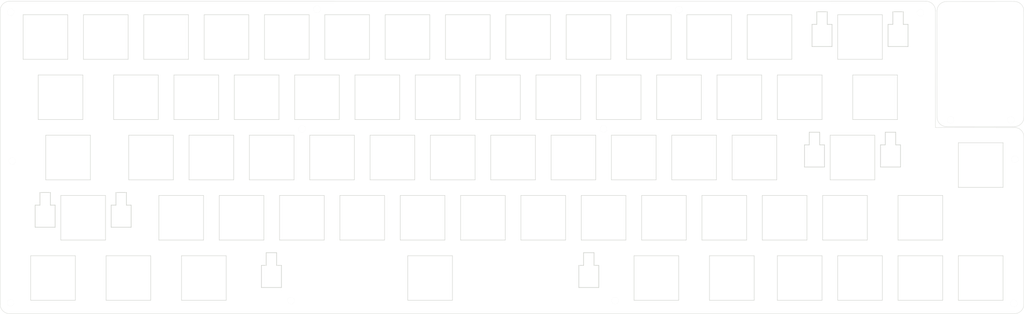
<source format=kicad_pcb>
(kicad_pcb (version 20171130) (host pcbnew "(5.1.12)-1")

  (general
    (thickness 1.6)
    (drawings 19)
    (tracks 0)
    (zones 0)
    (modules 80)
    (nets 1)
  )

  (page A3)
  (layers
    (0 F.Cu signal)
    (31 B.Cu signal)
    (32 B.Adhes user)
    (33 F.Adhes user)
    (34 B.Paste user)
    (35 F.Paste user)
    (36 B.SilkS user)
    (37 F.SilkS user)
    (38 B.Mask user)
    (39 F.Mask user)
    (40 Dwgs.User user)
    (41 Cmts.User user)
    (42 Eco1.User user)
    (43 Eco2.User user)
    (44 Edge.Cuts user)
    (45 Margin user)
    (46 B.CrtYd user)
    (47 F.CrtYd user)
    (48 B.Fab user)
    (49 F.Fab user)
  )

  (setup
    (last_trace_width 0.25)
    (user_trace_width 0.5)
    (user_trace_width 0.5)
    (trace_clearance 0.2)
    (zone_clearance 0.508)
    (zone_45_only no)
    (trace_min 0.2)
    (via_size 0.8)
    (via_drill 0.4)
    (via_min_size 0.4)
    (via_min_drill 0.3)
    (uvia_size 0.3)
    (uvia_drill 0.1)
    (uvias_allowed no)
    (uvia_min_size 0.2)
    (uvia_min_drill 0.1)
    (edge_width 0.1)
    (segment_width 0.2)
    (pcb_text_width 0.3)
    (pcb_text_size 1.5 1.5)
    (mod_edge_width 0.15)
    (mod_text_size 1 1)
    (mod_text_width 0.15)
    (pad_size 2.2 2.2)
    (pad_drill 2.2)
    (pad_to_mask_clearance 0)
    (aux_axis_origin 0 0)
    (visible_elements 7FFFFFFF)
    (pcbplotparams
      (layerselection 0x01000_7ffffffe)
      (usegerberextensions true)
      (usegerberattributes false)
      (usegerberadvancedattributes false)
      (creategerberjobfile false)
      (excludeedgelayer true)
      (linewidth 0.100000)
      (plotframeref false)
      (viasonmask false)
      (mode 1)
      (useauxorigin false)
      (hpglpennumber 1)
      (hpglpenspeed 20)
      (hpglpendiameter 15.000000)
      (psnegative false)
      (psa4output false)
      (plotreference true)
      (plotvalue true)
      (plotinvisibletext false)
      (padsonsilk false)
      (subtractmaskfromsilk false)
      (outputformat 4)
      (mirror false)
      (drillshape 0)
      (scaleselection 1)
      (outputdirectory "C:/Users/サリチル酸/Desktop/"))
  )

  (net 0 "")

  (net_class Default "これはデフォルトのネット クラスです。"
    (clearance 0.2)
    (trace_width 0.25)
    (via_dia 0.8)
    (via_drill 0.4)
    (uvia_dia 0.3)
    (uvia_drill 0.1)
  )

  (module kbd_Hole:m2_Screw_Hole_EdgeCuts (layer F.Cu) (tedit 5DA73E67) (tstamp 6517830C)
    (at 314.325 54.76875)
    (descr "Mounting Hole 2.2mm, no annular, M2")
    (tags "mounting hole 2.2mm no annular m2")
    (attr virtual)
    (fp_text reference J14 (at 0 -3.2) (layer F.Fab) hide
      (effects (font (size 1 1) (thickness 0.15)))
    )
    (fp_text value m2 (at 0 3.2) (layer F.Fab) hide
      (effects (font (size 1 1) (thickness 0.15)))
    )
    (fp_circle (center 0 0) (end 1.1 0) (layer Edge.Cuts) (width 0.01))
    (fp_text user %R (at 0.3 0) (layer F.Fab) hide
      (effects (font (size 1 1) (thickness 0.15)))
    )
  )

  (module kbd_Hole:m2_Screw_Hole_EdgeCuts (layer F.Cu) (tedit 5DA73E67) (tstamp 65178307)
    (at 333.375 54.76875)
    (descr "Mounting Hole 2.2mm, no annular, M2")
    (tags "mounting hole 2.2mm no annular m2")
    (attr virtual)
    (fp_text reference J15 (at 0 -3.2) (layer F.Fab) hide
      (effects (font (size 1 1) (thickness 0.15)))
    )
    (fp_text value m2 (at 0 3.2) (layer F.Fab) hide
      (effects (font (size 1 1) (thickness 0.15)))
    )
    (fp_circle (center 0 0) (end 1.1 0) (layer Edge.Cuts) (width 0.01))
    (fp_text user %R (at 0.3 0) (layer F.Fab) hide
      (effects (font (size 1 1) (thickness 0.15)))
    )
  )

  (module kbd_Hole:m2_Screw_Hole_EdgeCuts (layer F.Cu) (tedit 5DA73E67) (tstamp 6514BA2B)
    (at 304.8 20.91)
    (descr "Mounting Hole 2.2mm, no annular, M2")
    (tags "mounting hole 2.2mm no annular m2")
    (path /629E7105)
    (attr virtual)
    (fp_text reference J9 (at 0 -3.2) (layer F.Fab)
      (effects (font (size 1 1) (thickness 0.15)))
    )
    (fp_text value Conn_01x01 (at 0 3.2) (layer F.Fab)
      (effects (font (size 1 1) (thickness 0.15)))
    )
    (fp_text user %R (at 0.3 0) (layer F.Fab)
      (effects (font (size 1 1) (thickness 0.15)))
    )
    (fp_circle (center 0 0) (end 1.1 0) (layer Edge.Cuts) (width 0.01))
  )

  (module kbd_Hole:m2_Screw_Hole_EdgeCuts (layer F.Cu) (tedit 5DA73E67) (tstamp 6512A99F)
    (at 204.76 57.64)
    (descr "Mounting Hole 2.2mm, no annular, M2")
    (tags "mounting hole 2.2mm no annular m2")
    (path /629102F3)
    (attr virtual)
    (fp_text reference J13 (at 0 -3.2) (layer F.Fab) hide
      (effects (font (size 1 1) (thickness 0.15)))
    )
    (fp_text value Conn_01x01 (at 0 3.2) (layer F.Fab) hide
      (effects (font (size 1 1) (thickness 0.15)))
    )
    (fp_circle (center 0 0) (end 1.1 0) (layer Edge.Cuts) (width 0.01))
    (fp_text user %R (at 0.3 0) (layer F.Fab) hide
      (effects (font (size 1 1) (thickness 0.15)))
    )
  )

  (module kbd_Hole:m2_Screw_Hole_EdgeCuts (layer F.Cu) (tedit 5DA73E67) (tstamp 6512A938)
    (at 109.58 57.66)
    (descr "Mounting Hole 2.2mm, no annular, M2")
    (tags "mounting hole 2.2mm no annular m2")
    (path /629102F3)
    (attr virtual)
    (fp_text reference J12 (at 0 -3.2) (layer F.Fab) hide
      (effects (font (size 1 1) (thickness 0.15)))
    )
    (fp_text value Conn_01x01 (at 0 3.2) (layer F.Fab) hide
      (effects (font (size 1 1) (thickness 0.15)))
    )
    (fp_circle (center 0 0) (end 1.1 0) (layer Edge.Cuts) (width 0.01))
    (fp_text user %R (at 0.3 0) (layer F.Fab) hide
      (effects (font (size 1 1) (thickness 0.15)))
    )
  )

  (module kbd_Hole:m2_Screw_Hole_EdgeCuts (layer F.Cu) (tedit 5DA73E67) (tstamp 6512A8B3)
    (at 208.45 111.91875)
    (descr "Mounting Hole 2.2mm, no annular, M2")
    (tags "mounting hole 2.2mm no annular m2")
    (path /629102F3)
    (attr virtual)
    (fp_text reference J6 (at 0 -3.2) (layer F.Fab) hide
      (effects (font (size 1 1) (thickness 0.15)))
    )
    (fp_text value Conn_01x01 (at 0 3.2) (layer F.Fab) hide
      (effects (font (size 1 1) (thickness 0.15)))
    )
    (fp_circle (center 0 0) (end 1.1 0) (layer Edge.Cuts) (width 0.01))
    (fp_text user %R (at 0.3 0) (layer F.Fab) hide
      (effects (font (size 1 1) (thickness 0.15)))
    )
  )

  (module kbd_Hole:m2_Screw_Hole_EdgeCuts (layer F.Cu) (tedit 5DA73E67) (tstamp 6512A8B3)
    (at 106.05625 111.91875)
    (descr "Mounting Hole 2.2mm, no annular, M2")
    (tags "mounting hole 2.2mm no annular m2")
    (path /629102F3)
    (attr virtual)
    (fp_text reference J5 (at 0 -3.2) (layer F.Fab) hide
      (effects (font (size 1 1) (thickness 0.15)))
    )
    (fp_text value Conn_01x01 (at 0 3.2) (layer F.Fab) hide
      (effects (font (size 1 1) (thickness 0.15)))
    )
    (fp_circle (center 0 0) (end 1.1 0) (layer Edge.Cuts) (width 0.01))
    (fp_text user %R (at 0.3 0) (layer F.Fab) hide
      (effects (font (size 1 1) (thickness 0.15)))
    )
  )

  (module kbd_SW_Hole:SW_Hole_2.25u_choc (layer F.Cu) (tedit 651239B6) (tstamp 60A29840)
    (at 283.36875 66.675)
    (path /5C3DCE96)
    (fp_text reference SW58 (at 7 8.1) (layer F.SilkS) hide
      (effects (font (size 1 1) (thickness 0.15)))
    )
    (fp_text value SW_PUSH (at -7.4 -8.1) (layer F.Fab) hide
      (effects (font (size 1 1) (thickness 0.15)))
    )
    (fp_line (start 10.35 -8) (end 13.65 -8) (layer Edge.Cuts) (width 0.2))
    (fp_line (start 15.15 -4) (end 15.15 3) (layer Edge.Cuts) (width 0.2))
    (fp_line (start 10.35 -4) (end 8.85 -4) (layer Edge.Cuts) (width 0.2))
    (fp_line (start -8.85 3) (end -15.15 3) (layer Edge.Cuts) (width 0.2))
    (fp_line (start -13.65 -8) (end -13.65 -4) (layer Edge.Cuts) (width 0.2))
    (fp_line (start -8.85 -4) (end -8.85 3) (layer Edge.Cuts) (width 0.2))
    (fp_line (start -10.35 -4) (end -8.85 -4) (layer Edge.Cuts) (width 0.2))
    (fp_line (start -15.15 -4) (end -15.15 3) (layer Edge.Cuts) (width 0.2))
    (fp_line (start -10.35 -8) (end -10.35 -4) (layer Edge.Cuts) (width 0.2))
    (fp_line (start 13.65 -4) (end 15.15 -4) (layer Edge.Cuts) (width 0.2))
    (fp_line (start 15.15 3) (end 8.85 3) (layer Edge.Cuts) (width 0.2))
    (fp_line (start -13.65 -4) (end -15.15 -4) (layer Edge.Cuts) (width 0.2))
    (fp_line (start -13.65 -8) (end -10.35 -8) (layer Edge.Cuts) (width 0.2))
    (fp_line (start 13.65 -8) (end 13.65 -4) (layer Edge.Cuts) (width 0.2))
    (fp_line (start 8.85 -4) (end 8.85 3) (layer Edge.Cuts) (width 0.2))
    (fp_line (start 10.35 -8) (end 10.35 -4) (layer Edge.Cuts) (width 0.2))
    (fp_line (start 21.43125 9.525) (end 21.43125 -9.525) (layer F.Fab) (width 0.15))
    (fp_line (start -21.43125 9.525) (end 21.43125 9.525) (layer F.Fab) (width 0.15))
    (fp_line (start -21.43125 -9.525) (end -21.43125 9.525) (layer F.Fab) (width 0.15))
    (fp_line (start 21.43125 -9.525) (end -21.43125 -9.525) (layer F.Fab) (width 0.15))
    (fp_line (start -7.05 7.05) (end -7.05 -7.05) (layer Edge.Cuts) (width 0.15))
    (fp_line (start 7.05 7.05) (end -7.05 7.05) (layer Edge.Cuts) (width 0.15))
    (fp_line (start 7.05 -7.05) (end 7.05 7.05) (layer Edge.Cuts) (width 0.15))
    (fp_line (start -7.05 -7.05) (end 7.05 -7.05) (layer Edge.Cuts) (width 0.15))
  )

  (module kbd_SW_Hole:SW_Hole_2u_choc (layer F.Cu) (tedit 651239F1) (tstamp 60A298D5)
    (at 285.75 28.575)
    (path /5C3DCE96)
    (fp_text reference SW61 (at 7 8.1) (layer F.SilkS) hide
      (effects (font (size 1 1) (thickness 0.15)))
    )
    (fp_text value SW_PUSH (at -7.4 -8.1) (layer F.Fab) hide
      (effects (font (size 1 1) (thickness 0.15)))
    )
    (fp_line (start -19.05 9.525) (end 19.05 9.525) (layer F.Fab) (width 0.15))
    (fp_line (start 19.05 9.525) (end 19.05 -9.525) (layer F.Fab) (width 0.15))
    (fp_line (start -19.05 -9.525) (end -19.05 9.525) (layer F.Fab) (width 0.15))
    (fp_line (start 19.05 -9.525) (end -19.05 -9.525) (layer F.Fab) (width 0.15))
    (fp_line (start -7.05 -7.05) (end 7.05 -7.05) (layer Edge.Cuts) (width 0.15))
    (fp_line (start 7.05 -7.05) (end 7.05 7.05) (layer Edge.Cuts) (width 0.15))
    (fp_line (start 7.05 7.05) (end -7.05 7.05) (layer Edge.Cuts) (width 0.15))
    (fp_line (start -7.05 7.05) (end -7.05 -7.05) (layer Edge.Cuts) (width 0.15))
    (fp_line (start 10.35 -8) (end 10.35 -4) (layer Edge.Cuts) (width 0.2))
    (fp_line (start 8.85 -4) (end 8.85 3) (layer Edge.Cuts) (width 0.2))
    (fp_line (start 13.65 -8) (end 13.65 -4) (layer Edge.Cuts) (width 0.2))
    (fp_line (start -13.65 -8) (end -10.35 -8) (layer Edge.Cuts) (width 0.2))
    (fp_line (start -13.65 -4) (end -15.15 -4) (layer Edge.Cuts) (width 0.2))
    (fp_line (start 15.15 3) (end 8.85 3) (layer Edge.Cuts) (width 0.2))
    (fp_line (start 13.65 -4) (end 15.15 -4) (layer Edge.Cuts) (width 0.2))
    (fp_line (start -10.35 -8) (end -10.35 -4) (layer Edge.Cuts) (width 0.2))
    (fp_line (start -15.15 -4) (end -15.15 3) (layer Edge.Cuts) (width 0.2))
    (fp_line (start -10.35 -4) (end -8.85 -4) (layer Edge.Cuts) (width 0.2))
    (fp_line (start -8.85 -4) (end -8.85 3) (layer Edge.Cuts) (width 0.2))
    (fp_line (start -13.65 -8) (end -13.65 -4) (layer Edge.Cuts) (width 0.2))
    (fp_line (start -8.85 3) (end -15.15 3) (layer Edge.Cuts) (width 0.2))
    (fp_line (start 10.35 -4) (end 8.85 -4) (layer Edge.Cuts) (width 0.2))
    (fp_line (start 15.15 -4) (end 15.15 3) (layer Edge.Cuts) (width 0.2))
    (fp_line (start 10.35 -8) (end 13.65 -8) (layer Edge.Cuts) (width 0.2))
  )

  (module kbd_SW_Hole:SW_Hole_2.25u_choc (layer F.Cu) (tedit 651239B6) (tstamp 60A290EB)
    (at 40.48125 85.725)
    (fp_text reference SW4 (at 7 8.1) (layer Edge.Cuts) hide
      (effects (font (size 1 1) (thickness 0.15)))
    )
    (fp_text value KEY_SWITCH (at -7.4 -8.1) (layer F.Fab) hide
      (effects (font (size 1 1) (thickness 0.15)))
    )
    (fp_line (start 10.35 -8) (end 13.65 -8) (layer Edge.Cuts) (width 0.2))
    (fp_line (start 15.15 -4) (end 15.15 3) (layer Edge.Cuts) (width 0.2))
    (fp_line (start 10.35 -4) (end 8.85 -4) (layer Edge.Cuts) (width 0.2))
    (fp_line (start -8.85 3) (end -15.15 3) (layer Edge.Cuts) (width 0.2))
    (fp_line (start -13.65 -8) (end -13.65 -4) (layer Edge.Cuts) (width 0.2))
    (fp_line (start -8.85 -4) (end -8.85 3) (layer Edge.Cuts) (width 0.2))
    (fp_line (start -10.35 -4) (end -8.85 -4) (layer Edge.Cuts) (width 0.2))
    (fp_line (start -15.15 -4) (end -15.15 3) (layer Edge.Cuts) (width 0.2))
    (fp_line (start -10.35 -8) (end -10.35 -4) (layer Edge.Cuts) (width 0.2))
    (fp_line (start 13.65 -4) (end 15.15 -4) (layer Edge.Cuts) (width 0.2))
    (fp_line (start 15.15 3) (end 8.85 3) (layer Edge.Cuts) (width 0.2))
    (fp_line (start -13.65 -4) (end -15.15 -4) (layer Edge.Cuts) (width 0.2))
    (fp_line (start -13.65 -8) (end -10.35 -8) (layer Edge.Cuts) (width 0.2))
    (fp_line (start 13.65 -8) (end 13.65 -4) (layer Edge.Cuts) (width 0.2))
    (fp_line (start 8.85 -4) (end 8.85 3) (layer Edge.Cuts) (width 0.2))
    (fp_line (start 10.35 -8) (end 10.35 -4) (layer Edge.Cuts) (width 0.2))
    (fp_line (start 21.43125 9.525) (end 21.43125 -9.525) (layer F.Fab) (width 0.15))
    (fp_line (start -21.43125 9.525) (end 21.43125 9.525) (layer F.Fab) (width 0.15))
    (fp_line (start -21.43125 -9.525) (end -21.43125 9.525) (layer F.Fab) (width 0.15))
    (fp_line (start 21.43125 -9.525) (end -21.43125 -9.525) (layer F.Fab) (width 0.15))
    (fp_line (start -7.05 7.05) (end -7.05 -7.05) (layer Edge.Cuts) (width 0.15))
    (fp_line (start 7.05 7.05) (end -7.05 7.05) (layer Edge.Cuts) (width 0.15))
    (fp_line (start 7.05 -7.05) (end 7.05 7.05) (layer Edge.Cuts) (width 0.15))
    (fp_line (start -7.05 -7.05) (end 7.05 -7.05) (layer Edge.Cuts) (width 0.15))
  )

  (module kbd_SW_Hole:SW_Hole_Choc_6.25u_Top (layer F.Cu) (tedit 65122E0A) (tstamp 60A293D2)
    (at 150.01875 104.775)
    (path /5C3DCEFA)
    (fp_text reference SW20 (at 7 8.1) (layer F.SilkS) hide
      (effects (font (size 1 1) (thickness 0.15)))
    )
    (fp_text value SW_PUSH (at -7.4 -8.1) (layer F.Fab) hide
      (effects (font (size 1 1) (thickness 0.15)))
    )
    (fp_line (start -59.53125 9.525) (end 59.53125 9.525) (layer F.Fab) (width 0.15))
    (fp_line (start 59.53125 9.525) (end 59.53125 -9.525) (layer F.Fab) (width 0.15))
    (fp_line (start 7.05 7.05) (end -7.05 7.05) (layer Edge.Cuts) (width 0.15))
    (fp_line (start -7.05 -7.05) (end 7.05 -7.05) (layer Edge.Cuts) (width 0.15))
    (fp_line (start 7.05 -7.05) (end 7.05 7.05) (layer Edge.Cuts) (width 0.15))
    (fp_line (start -59.53125 -9.525) (end -59.53125 9.525) (layer F.Fab) (width 0.15))
    (fp_line (start 59.53125 -9.525) (end -59.53125 -9.525) (layer F.Fab) (width 0.15))
    (fp_line (start -7.05 7.05) (end -7.05 -7.05) (layer Edge.Cuts) (width 0.15))
    (fp_line (start 19.05 -9.525) (end -19.05 -9.525) (layer F.Fab) (width 0.15))
    (fp_line (start -19.05 -9.525) (end -19.05 9.525) (layer F.Fab) (width 0.15))
    (fp_line (start -19.05 9.525) (end 19.05 9.525) (layer F.Fab) (width 0.15))
    (fp_line (start 19.05 9.525) (end 19.05 -9.525) (layer F.Fab) (width 0.15))
    (fp_line (start 48.45 -8) (end 51.75 -8) (layer Edge.Cuts) (width 0.2))
    (fp_line (start 51.75 -8) (end 51.75 -4) (layer Edge.Cuts) (width 0.2))
    (fp_line (start 51.75 -4) (end 53.25 -4) (layer Edge.Cuts) (width 0.2))
    (fp_line (start 53.25 -4) (end 53.25 3) (layer Edge.Cuts) (width 0.2))
    (fp_line (start 53.25 3) (end 46.95 3) (layer Edge.Cuts) (width 0.2))
    (fp_line (start 46.95 -4) (end 46.95 3) (layer Edge.Cuts) (width 0.2))
    (fp_line (start 48.45 -4) (end 46.95 -4) (layer Edge.Cuts) (width 0.2))
    (fp_line (start 48.45 -8) (end 48.45 -4) (layer Edge.Cuts) (width 0.2))
    (fp_line (start -51.75 -4) (end -53.25 -4) (layer Edge.Cuts) (width 0.2))
    (fp_line (start -46.95 -4) (end -46.95 3) (layer Edge.Cuts) (width 0.2))
    (fp_line (start -51.75 -8) (end -48.45 -8) (layer Edge.Cuts) (width 0.2))
    (fp_line (start -48.45 -4) (end -46.95 -4) (layer Edge.Cuts) (width 0.2))
    (fp_line (start -46.95 3) (end -53.25 3) (layer Edge.Cuts) (width 0.2))
    (fp_line (start -53.25 -4) (end -53.25 3) (layer Edge.Cuts) (width 0.2))
    (fp_line (start -48.45 -8) (end -48.45 -4) (layer Edge.Cuts) (width 0.2))
    (fp_line (start -51.75 -8) (end -51.75 -4) (layer Edge.Cuts) (width 0.2))
    (fp_text user KEY_SWITCH (at -7.4 -8.1) (layer F.Fab) hide
      (effects (font (size 1 1) (thickness 0.15)))
    )
    (fp_text user SW2 (at 7 8.1) (layer Edge.Cuts) hide
      (effects (font (size 1 1) (thickness 0.15)))
    )
  )

  (module kbd_Hole:m2_Screw_Hole_EdgeCuts (layer F.Cu) (tedit 5DA73E67) (tstamp 60A2FDA6)
    (at 228.59 19.92)
    (descr "Mounting Hole 2.2mm, no annular, M2")
    (tags "mounting hole 2.2mm no annular m2")
    (path /629102E9)
    (attr virtual)
    (fp_text reference J10 (at 0 -3.2) (layer F.Fab) hide
      (effects (font (size 1 1) (thickness 0.15)))
    )
    (fp_text value Conn_01x01 (at 0 3.2) (layer F.Fab) hide
      (effects (font (size 1 1) (thickness 0.15)))
    )
    (fp_circle (center 0 0) (end 1.1 0) (layer Edge.Cuts) (width 0.01))
    (fp_text user %R (at 0.3 0) (layer F.Fab) hide
      (effects (font (size 1 1) (thickness 0.15)))
    )
  )

  (module kbd_Hole:m2_Screw_Hole_EdgeCuts (layer F.Cu) (tedit 5DA73E67) (tstamp 60A2FDA0)
    (at 114.29 19.78)
    (descr "Mounting Hole 2.2mm, no annular, M2")
    (tags "mounting hole 2.2mm no annular m2")
    (path /64540392)
    (attr virtual)
    (fp_text reference J11 (at 0 -3.2) (layer F.Fab) hide
      (effects (font (size 1 1) (thickness 0.15)))
    )
    (fp_text value Conn_01x01 (at 0 3.2) (layer F.Fab) hide
      (effects (font (size 1 1) (thickness 0.15)))
    )
    (fp_circle (center 0 0) (end 1.1 0) (layer Edge.Cuts) (width 0.01))
    (fp_text user %R (at 0.3 0) (layer F.Fab) hide
      (effects (font (size 1 1) (thickness 0.15)))
    )
  )

  (module kbd_SW_Hole:SW_Hole_1u (layer F.Cu) (tedit 60F58A59) (tstamp 65118062)
    (at 323.85 69.05625)
    (path /5C3DCE96)
    (fp_text reference SW65 (at 7 8.1) (layer F.SilkS) hide
      (effects (font (size 1 1) (thickness 0.15)))
    )
    (fp_text value SW_PUSH (at -7.4 -8.1) (layer F.Fab) hide
      (effects (font (size 1 1) (thickness 0.15)))
    )
    (fp_line (start -7.05 -7.05) (end 7.05 -7.05) (layer Edge.Cuts) (width 0.15))
    (fp_line (start 7.05 -7.05) (end 7.05 7.05) (layer Edge.Cuts) (width 0.15))
    (fp_line (start 7.05 7.05) (end -7.05 7.05) (layer Edge.Cuts) (width 0.15))
    (fp_line (start -7.05 7.05) (end -7.05 -7.05) (layer Edge.Cuts) (width 0.15))
    (fp_line (start 9.525 -9.525) (end -9.525 -9.525) (layer F.Fab) (width 0.15))
    (fp_line (start -9.525 -9.525) (end -9.525 9.525) (layer F.Fab) (width 0.15))
    (fp_line (start -9.525 9.525) (end 9.525 9.525) (layer F.Fab) (width 0.15))
    (fp_line (start 9.525 9.525) (end 9.525 -9.525) (layer F.Fab) (width 0.15))
  )

  (module kbd_SW_Hole:SW_Hole_1u (layer F.Cu) (tedit 60F58A59) (tstamp 65118062)
    (at 323.85 104.775)
    (path /5C3DCE96)
    (fp_text reference SW66 (at 7 8.1) (layer F.SilkS) hide
      (effects (font (size 1 1) (thickness 0.15)))
    )
    (fp_text value SW_PUSH (at -7.4 -8.1) (layer F.Fab) hide
      (effects (font (size 1 1) (thickness 0.15)))
    )
    (fp_line (start -7.05 -7.05) (end 7.05 -7.05) (layer Edge.Cuts) (width 0.15))
    (fp_line (start 7.05 -7.05) (end 7.05 7.05) (layer Edge.Cuts) (width 0.15))
    (fp_line (start 7.05 7.05) (end -7.05 7.05) (layer Edge.Cuts) (width 0.15))
    (fp_line (start -7.05 7.05) (end -7.05 -7.05) (layer Edge.Cuts) (width 0.15))
    (fp_line (start 9.525 -9.525) (end -9.525 -9.525) (layer F.Fab) (width 0.15))
    (fp_line (start -9.525 -9.525) (end -9.525 9.525) (layer F.Fab) (width 0.15))
    (fp_line (start -9.525 9.525) (end 9.525 9.525) (layer F.Fab) (width 0.15))
    (fp_line (start 9.525 9.525) (end 9.525 -9.525) (layer F.Fab) (width 0.15))
  )

  (module kbd_SW_Hole:SW_Hole_1.5u (layer F.Cu) (tedit 60F58A81) (tstamp 60A29835)
    (at 290.5125 47.625)
    (path /5C3DCEFA)
    (fp_text reference SW62 (at 7 8.1) (layer F.SilkS) hide
      (effects (font (size 1 1) (thickness 0.15)))
    )
    (fp_text value SW_PUSH (at -7.4 -8.1) (layer F.Fab) hide
      (effects (font (size 1 1) (thickness 0.15)))
    )
    (fp_line (start 14.2875 9.525) (end 14.2875 -9.525) (layer F.Fab) (width 0.15))
    (fp_line (start -14.2875 9.525) (end 14.2875 9.525) (layer F.Fab) (width 0.15))
    (fp_line (start -14.2875 -9.525) (end -14.2875 9.525) (layer F.Fab) (width 0.15))
    (fp_line (start 14.2875 -9.525) (end -14.2875 -9.525) (layer F.Fab) (width 0.15))
    (fp_line (start -7.05 7.05) (end -7.05 -7.05) (layer Edge.Cuts) (width 0.15))
    (fp_line (start 7.05 7.05) (end -7.05 7.05) (layer Edge.Cuts) (width 0.15))
    (fp_line (start 7.05 -7.05) (end 7.05 7.05) (layer Edge.Cuts) (width 0.15))
    (fp_line (start -7.05 -7.05) (end 7.05 -7.05) (layer Edge.Cuts) (width 0.15))
  )

  (module kbd_SW_Hole:SW_Hole_1u (layer F.Cu) (tedit 60F58A59) (tstamp 65118062)
    (at 266.7 47.625)
    (path /5C3DCE96)
    (fp_text reference SW57 (at 7 8.1) (layer F.SilkS) hide
      (effects (font (size 1 1) (thickness 0.15)))
    )
    (fp_text value SW_PUSH (at -7.4 -8.1) (layer F.Fab) hide
      (effects (font (size 1 1) (thickness 0.15)))
    )
    (fp_line (start -7.05 -7.05) (end 7.05 -7.05) (layer Edge.Cuts) (width 0.15))
    (fp_line (start 7.05 -7.05) (end 7.05 7.05) (layer Edge.Cuts) (width 0.15))
    (fp_line (start 7.05 7.05) (end -7.05 7.05) (layer Edge.Cuts) (width 0.15))
    (fp_line (start -7.05 7.05) (end -7.05 -7.05) (layer Edge.Cuts) (width 0.15))
    (fp_line (start 9.525 -9.525) (end -9.525 -9.525) (layer F.Fab) (width 0.15))
    (fp_line (start -9.525 -9.525) (end -9.525 9.525) (layer F.Fab) (width 0.15))
    (fp_line (start -9.525 9.525) (end 9.525 9.525) (layer F.Fab) (width 0.15))
    (fp_line (start 9.525 9.525) (end 9.525 -9.525) (layer F.Fab) (width 0.15))
  )

  (module kbd_SW_Hole:SW_Hole_1u (layer F.Cu) (tedit 60F58A59) (tstamp 60A296AC)
    (at 261.9375 85.725)
    (path /5C3DCEFA)
    (fp_text reference SW54 (at 7 8.1) (layer F.SilkS) hide
      (effects (font (size 1 1) (thickness 0.15)))
    )
    (fp_text value SW_PUSH (at -7.4 -8.1) (layer F.Fab) hide
      (effects (font (size 1 1) (thickness 0.15)))
    )
    (fp_line (start 9.525 9.525) (end 9.525 -9.525) (layer F.Fab) (width 0.15))
    (fp_line (start -9.525 9.525) (end 9.525 9.525) (layer F.Fab) (width 0.15))
    (fp_line (start -9.525 -9.525) (end -9.525 9.525) (layer F.Fab) (width 0.15))
    (fp_line (start 9.525 -9.525) (end -9.525 -9.525) (layer F.Fab) (width 0.15))
    (fp_line (start -7.05 7.05) (end -7.05 -7.05) (layer Edge.Cuts) (width 0.15))
    (fp_line (start 7.05 7.05) (end -7.05 7.05) (layer Edge.Cuts) (width 0.15))
    (fp_line (start 7.05 -7.05) (end 7.05 7.05) (layer Edge.Cuts) (width 0.15))
    (fp_line (start -7.05 -7.05) (end 7.05 -7.05) (layer Edge.Cuts) (width 0.15))
  )

  (module kbd_SW_Hole:SW_Hole_1u (layer F.Cu) (tedit 60F58A59) (tstamp 5CB90BC7)
    (at 57.15 47.625)
    (path /5C3DCEFA)
    (fp_text reference SW7 (at 7 8.1) (layer F.SilkS) hide
      (effects (font (size 1 1) (thickness 0.15)))
    )
    (fp_text value SW_PUSH (at -7.4 -8.1) (layer F.Fab) hide
      (effects (font (size 1 1) (thickness 0.15)))
    )
    (fp_line (start -7.05 -7.05) (end 7.05 -7.05) (layer Edge.Cuts) (width 0.15))
    (fp_line (start 7.05 -7.05) (end 7.05 7.05) (layer Edge.Cuts) (width 0.15))
    (fp_line (start 7.05 7.05) (end -7.05 7.05) (layer Edge.Cuts) (width 0.15))
    (fp_line (start -7.05 7.05) (end -7.05 -7.05) (layer Edge.Cuts) (width 0.15))
    (fp_line (start 9.525 -9.525) (end -9.525 -9.525) (layer F.Fab) (width 0.15))
    (fp_line (start -9.525 -9.525) (end -9.525 9.525) (layer F.Fab) (width 0.15))
    (fp_line (start -9.525 9.525) (end 9.525 9.525) (layer F.Fab) (width 0.15))
    (fp_line (start 9.525 9.525) (end 9.525 -9.525) (layer F.Fab) (width 0.15))
  )

  (module kbd_SW_Hole:SW_Hole_1u (layer F.Cu) (tedit 60F58A59) (tstamp 60A292A0)
    (at 71.4375 85.725)
    (path /5C3DCEFA)
    (fp_text reference SW9 (at 7 8.1) (layer F.SilkS) hide
      (effects (font (size 1 1) (thickness 0.15)))
    )
    (fp_text value SW_PUSH (at -7.4 -8.1) (layer F.Fab) hide
      (effects (font (size 1 1) (thickness 0.15)))
    )
    (fp_line (start -7.05 -7.05) (end 7.05 -7.05) (layer Edge.Cuts) (width 0.15))
    (fp_line (start 7.05 -7.05) (end 7.05 7.05) (layer Edge.Cuts) (width 0.15))
    (fp_line (start 7.05 7.05) (end -7.05 7.05) (layer Edge.Cuts) (width 0.15))
    (fp_line (start -7.05 7.05) (end -7.05 -7.05) (layer Edge.Cuts) (width 0.15))
    (fp_line (start 9.525 -9.525) (end -9.525 -9.525) (layer F.Fab) (width 0.15))
    (fp_line (start -9.525 -9.525) (end -9.525 9.525) (layer F.Fab) (width 0.15))
    (fp_line (start -9.525 9.525) (end 9.525 9.525) (layer F.Fab) (width 0.15))
    (fp_line (start 9.525 9.525) (end 9.525 -9.525) (layer F.Fab) (width 0.15))
  )

  (module kbd_SW_Hole:SW_Hole_1u (layer F.Cu) (tedit 60F58A59) (tstamp 60A29315)
    (at 76.2 47.625)
    (path /5C3DCEFA)
    (fp_text reference SW12 (at 7 8.1) (layer F.SilkS) hide
      (effects (font (size 1 1) (thickness 0.15)))
    )
    (fp_text value SW_PUSH (at -7.4 -8.1) (layer F.Fab) hide
      (effects (font (size 1 1) (thickness 0.15)))
    )
    (fp_line (start -7.05 -7.05) (end 7.05 -7.05) (layer Edge.Cuts) (width 0.15))
    (fp_line (start 7.05 -7.05) (end 7.05 7.05) (layer Edge.Cuts) (width 0.15))
    (fp_line (start 7.05 7.05) (end -7.05 7.05) (layer Edge.Cuts) (width 0.15))
    (fp_line (start -7.05 7.05) (end -7.05 -7.05) (layer Edge.Cuts) (width 0.15))
    (fp_line (start 9.525 -9.525) (end -9.525 -9.525) (layer F.Fab) (width 0.15))
    (fp_line (start -9.525 -9.525) (end -9.525 9.525) (layer F.Fab) (width 0.15))
    (fp_line (start -9.525 9.525) (end 9.525 9.525) (layer F.Fab) (width 0.15))
    (fp_line (start 9.525 9.525) (end 9.525 -9.525) (layer F.Fab) (width 0.15))
  )

  (module kbd_SW_Hole:SW_Hole_1u (layer F.Cu) (tedit 60F58A59) (tstamp 60A29336)
    (at 90.4875 85.725)
    (path /5C3DCEFA)
    (fp_text reference SW14 (at 7 8.1) (layer F.SilkS) hide
      (effects (font (size 1 1) (thickness 0.15)))
    )
    (fp_text value SW_PUSH (at -7.4 -8.1) (layer F.Fab) hide
      (effects (font (size 1 1) (thickness 0.15)))
    )
    (fp_line (start -7.05 -7.05) (end 7.05 -7.05) (layer Edge.Cuts) (width 0.15))
    (fp_line (start 7.05 -7.05) (end 7.05 7.05) (layer Edge.Cuts) (width 0.15))
    (fp_line (start 7.05 7.05) (end -7.05 7.05) (layer Edge.Cuts) (width 0.15))
    (fp_line (start -7.05 7.05) (end -7.05 -7.05) (layer Edge.Cuts) (width 0.15))
    (fp_line (start 9.525 -9.525) (end -9.525 -9.525) (layer F.Fab) (width 0.15))
    (fp_line (start -9.525 -9.525) (end -9.525 9.525) (layer F.Fab) (width 0.15))
    (fp_line (start -9.525 9.525) (end 9.525 9.525) (layer F.Fab) (width 0.15))
    (fp_line (start 9.525 9.525) (end 9.525 -9.525) (layer F.Fab) (width 0.15))
  )

  (module kbd_SW_Hole:SW_Hole_1u (layer F.Cu) (tedit 60F58A59) (tstamp 60A2936D)
    (at 95.25 47.625)
    (path /5C3DCEFA)
    (fp_text reference SW17 (at 7 8.1) (layer F.SilkS) hide
      (effects (font (size 1 1) (thickness 0.15)))
    )
    (fp_text value SW_PUSH (at -7.4 -8.1) (layer F.Fab) hide
      (effects (font (size 1 1) (thickness 0.15)))
    )
    (fp_line (start -7.05 -7.05) (end 7.05 -7.05) (layer Edge.Cuts) (width 0.15))
    (fp_line (start 7.05 -7.05) (end 7.05 7.05) (layer Edge.Cuts) (width 0.15))
    (fp_line (start 7.05 7.05) (end -7.05 7.05) (layer Edge.Cuts) (width 0.15))
    (fp_line (start -7.05 7.05) (end -7.05 -7.05) (layer Edge.Cuts) (width 0.15))
    (fp_line (start 9.525 -9.525) (end -9.525 -9.525) (layer F.Fab) (width 0.15))
    (fp_line (start -9.525 -9.525) (end -9.525 9.525) (layer F.Fab) (width 0.15))
    (fp_line (start -9.525 9.525) (end 9.525 9.525) (layer F.Fab) (width 0.15))
    (fp_line (start 9.525 9.525) (end 9.525 -9.525) (layer F.Fab) (width 0.15))
  )

  (module kbd_SW_Hole:SW_Hole_1u (layer F.Cu) (tedit 60F58A59) (tstamp 60A29378)
    (at 109.5375 85.725)
    (path /5C3DCEFA)
    (fp_text reference SW19 (at 7 8.1) (layer F.SilkS) hide
      (effects (font (size 1 1) (thickness 0.15)))
    )
    (fp_text value SW_PUSH (at -7.4 -8.1) (layer F.Fab) hide
      (effects (font (size 1 1) (thickness 0.15)))
    )
    (fp_line (start -7.05 -7.05) (end 7.05 -7.05) (layer Edge.Cuts) (width 0.15))
    (fp_line (start 7.05 -7.05) (end 7.05 7.05) (layer Edge.Cuts) (width 0.15))
    (fp_line (start 7.05 7.05) (end -7.05 7.05) (layer Edge.Cuts) (width 0.15))
    (fp_line (start -7.05 7.05) (end -7.05 -7.05) (layer Edge.Cuts) (width 0.15))
    (fp_line (start 9.525 -9.525) (end -9.525 -9.525) (layer F.Fab) (width 0.15))
    (fp_line (start -9.525 -9.525) (end -9.525 9.525) (layer F.Fab) (width 0.15))
    (fp_line (start -9.525 9.525) (end 9.525 9.525) (layer F.Fab) (width 0.15))
    (fp_line (start 9.525 9.525) (end 9.525 -9.525) (layer F.Fab) (width 0.15))
  )

  (module kbd_SW_Hole:SW_Hole_1u (layer F.Cu) (tedit 60F58A59) (tstamp 60A2949C)
    (at 114.3 47.625)
    (path /5C3DCEFA)
    (fp_text reference SW22 (at 7 8.1) (layer F.SilkS) hide
      (effects (font (size 1 1) (thickness 0.15)))
    )
    (fp_text value SW_PUSH (at -7.4 -8.1) (layer F.Fab) hide
      (effects (font (size 1 1) (thickness 0.15)))
    )
    (fp_line (start -7.05 -7.05) (end 7.05 -7.05) (layer Edge.Cuts) (width 0.15))
    (fp_line (start 7.05 -7.05) (end 7.05 7.05) (layer Edge.Cuts) (width 0.15))
    (fp_line (start 7.05 7.05) (end -7.05 7.05) (layer Edge.Cuts) (width 0.15))
    (fp_line (start -7.05 7.05) (end -7.05 -7.05) (layer Edge.Cuts) (width 0.15))
    (fp_line (start 9.525 -9.525) (end -9.525 -9.525) (layer F.Fab) (width 0.15))
    (fp_line (start -9.525 -9.525) (end -9.525 9.525) (layer F.Fab) (width 0.15))
    (fp_line (start -9.525 9.525) (end 9.525 9.525) (layer F.Fab) (width 0.15))
    (fp_line (start 9.525 9.525) (end 9.525 -9.525) (layer F.Fab) (width 0.15))
  )

  (module kbd_SW_Hole:SW_Hole_1u (layer F.Cu) (tedit 60F58A59) (tstamp 60A294B2)
    (at 166.6875 85.725)
    (path /5C3DCEFA)
    (fp_text reference SW32 (at 7 8.1) (layer F.SilkS) hide
      (effects (font (size 1 1) (thickness 0.15)))
    )
    (fp_text value SW_PUSH (at -7.4 -8.1) (layer F.Fab) hide
      (effects (font (size 1 1) (thickness 0.15)))
    )
    (fp_line (start -7.05 -7.05) (end 7.05 -7.05) (layer Edge.Cuts) (width 0.15))
    (fp_line (start 7.05 -7.05) (end 7.05 7.05) (layer Edge.Cuts) (width 0.15))
    (fp_line (start 7.05 7.05) (end -7.05 7.05) (layer Edge.Cuts) (width 0.15))
    (fp_line (start -7.05 7.05) (end -7.05 -7.05) (layer Edge.Cuts) (width 0.15))
    (fp_line (start 9.525 -9.525) (end -9.525 -9.525) (layer F.Fab) (width 0.15))
    (fp_line (start -9.525 -9.525) (end -9.525 9.525) (layer F.Fab) (width 0.15))
    (fp_line (start -9.525 9.525) (end 9.525 9.525) (layer F.Fab) (width 0.15))
    (fp_line (start 9.525 9.525) (end 9.525 -9.525) (layer F.Fab) (width 0.15))
  )

  (module kbd_SW_Hole:SW_Hole_1u (layer F.Cu) (tedit 60F58A59) (tstamp 60A294C8)
    (at 133.35 47.625)
    (path /5C3DCEFA)
    (fp_text reference SW26 (at 7 8.1) (layer F.SilkS) hide
      (effects (font (size 1 1) (thickness 0.15)))
    )
    (fp_text value SW_PUSH (at -7.4 -8.1) (layer F.Fab) hide
      (effects (font (size 1 1) (thickness 0.15)))
    )
    (fp_line (start -7.05 -7.05) (end 7.05 -7.05) (layer Edge.Cuts) (width 0.15))
    (fp_line (start 7.05 -7.05) (end 7.05 7.05) (layer Edge.Cuts) (width 0.15))
    (fp_line (start 7.05 7.05) (end -7.05 7.05) (layer Edge.Cuts) (width 0.15))
    (fp_line (start -7.05 7.05) (end -7.05 -7.05) (layer Edge.Cuts) (width 0.15))
    (fp_line (start 9.525 -9.525) (end -9.525 -9.525) (layer F.Fab) (width 0.15))
    (fp_line (start -9.525 -9.525) (end -9.525 9.525) (layer F.Fab) (width 0.15))
    (fp_line (start -9.525 9.525) (end 9.525 9.525) (layer F.Fab) (width 0.15))
    (fp_line (start 9.525 9.525) (end 9.525 -9.525) (layer F.Fab) (width 0.15))
  )

  (module kbd_SW_Hole:SW_Hole_1u (layer F.Cu) (tedit 60F58A59) (tstamp 60A294D3)
    (at 147.6375 85.725)
    (path /5C3DCEFA)
    (fp_text reference SW28 (at 7 8.1) (layer F.SilkS) hide
      (effects (font (size 1 1) (thickness 0.15)))
    )
    (fp_text value SW_PUSH (at -7.4 -8.1) (layer F.Fab) hide
      (effects (font (size 1 1) (thickness 0.15)))
    )
    (fp_line (start -7.05 -7.05) (end 7.05 -7.05) (layer Edge.Cuts) (width 0.15))
    (fp_line (start 7.05 -7.05) (end 7.05 7.05) (layer Edge.Cuts) (width 0.15))
    (fp_line (start 7.05 7.05) (end -7.05 7.05) (layer Edge.Cuts) (width 0.15))
    (fp_line (start -7.05 7.05) (end -7.05 -7.05) (layer Edge.Cuts) (width 0.15))
    (fp_line (start 9.525 -9.525) (end -9.525 -9.525) (layer F.Fab) (width 0.15))
    (fp_line (start -9.525 -9.525) (end -9.525 9.525) (layer F.Fab) (width 0.15))
    (fp_line (start -9.525 9.525) (end 9.525 9.525) (layer F.Fab) (width 0.15))
    (fp_line (start 9.525 9.525) (end 9.525 -9.525) (layer F.Fab) (width 0.15))
  )

  (module kbd_SW_Hole:SW_Hole_1u (layer F.Cu) (tedit 60F58A59) (tstamp 60A294DE)
    (at 152.4 47.625)
    (path /5C3DCEFA)
    (fp_text reference SW30 (at 7 8.1) (layer F.SilkS) hide
      (effects (font (size 1 1) (thickness 0.15)))
    )
    (fp_text value SW_PUSH (at -7.4 -8.1) (layer F.Fab) hide
      (effects (font (size 1 1) (thickness 0.15)))
    )
    (fp_line (start -7.05 -7.05) (end 7.05 -7.05) (layer Edge.Cuts) (width 0.15))
    (fp_line (start 7.05 -7.05) (end 7.05 7.05) (layer Edge.Cuts) (width 0.15))
    (fp_line (start 7.05 7.05) (end -7.05 7.05) (layer Edge.Cuts) (width 0.15))
    (fp_line (start -7.05 7.05) (end -7.05 -7.05) (layer Edge.Cuts) (width 0.15))
    (fp_line (start 9.525 -9.525) (end -9.525 -9.525) (layer F.Fab) (width 0.15))
    (fp_line (start -9.525 -9.525) (end -9.525 9.525) (layer F.Fab) (width 0.15))
    (fp_line (start -9.525 9.525) (end 9.525 9.525) (layer F.Fab) (width 0.15))
    (fp_line (start 9.525 9.525) (end 9.525 -9.525) (layer F.Fab) (width 0.15))
  )

  (module kbd_SW_Hole:SW_Hole_1u (layer F.Cu) (tedit 60F58A59) (tstamp 60A294FF)
    (at 128.5875 85.725)
    (path /5C3DCEFA)
    (fp_text reference SW24 (at 7 8.1) (layer F.SilkS) hide
      (effects (font (size 1 1) (thickness 0.15)))
    )
    (fp_text value SW_PUSH (at -7.4 -8.1) (layer F.Fab) hide
      (effects (font (size 1 1) (thickness 0.15)))
    )
    (fp_line (start -7.05 -7.05) (end 7.05 -7.05) (layer Edge.Cuts) (width 0.15))
    (fp_line (start 7.05 -7.05) (end 7.05 7.05) (layer Edge.Cuts) (width 0.15))
    (fp_line (start 7.05 7.05) (end -7.05 7.05) (layer Edge.Cuts) (width 0.15))
    (fp_line (start -7.05 7.05) (end -7.05 -7.05) (layer Edge.Cuts) (width 0.15))
    (fp_line (start 9.525 -9.525) (end -9.525 -9.525) (layer F.Fab) (width 0.15))
    (fp_line (start -9.525 -9.525) (end -9.525 9.525) (layer F.Fab) (width 0.15))
    (fp_line (start -9.525 9.525) (end 9.525 9.525) (layer F.Fab) (width 0.15))
    (fp_line (start 9.525 9.525) (end 9.525 -9.525) (layer F.Fab) (width 0.15))
  )

  (module kbd_SW_Hole:SW_Hole_1u (layer F.Cu) (tedit 60F58A59) (tstamp 60A295AF)
    (at 185.7375 85.725)
    (path /5C3DCEFA)
    (fp_text reference SW36 (at 7 8.1) (layer F.SilkS) hide
      (effects (font (size 1 1) (thickness 0.15)))
    )
    (fp_text value SW_PUSH (at -7.4 -8.1) (layer F.Fab) hide
      (effects (font (size 1 1) (thickness 0.15)))
    )
    (fp_line (start -7.05 -7.05) (end 7.05 -7.05) (layer Edge.Cuts) (width 0.15))
    (fp_line (start 7.05 -7.05) (end 7.05 7.05) (layer Edge.Cuts) (width 0.15))
    (fp_line (start 7.05 7.05) (end -7.05 7.05) (layer Edge.Cuts) (width 0.15))
    (fp_line (start -7.05 7.05) (end -7.05 -7.05) (layer Edge.Cuts) (width 0.15))
    (fp_line (start 9.525 -9.525) (end -9.525 -9.525) (layer F.Fab) (width 0.15))
    (fp_line (start -9.525 -9.525) (end -9.525 9.525) (layer F.Fab) (width 0.15))
    (fp_line (start -9.525 9.525) (end 9.525 9.525) (layer F.Fab) (width 0.15))
    (fp_line (start 9.525 9.525) (end 9.525 -9.525) (layer F.Fab) (width 0.15))
  )

  (module kbd_SW_Hole:SW_Hole_1u (layer F.Cu) (tedit 60F58A59) (tstamp 60A295C5)
    (at 209.55 47.625)
    (path /5C3DCEFA)
    (fp_text reference SW42 (at 7 8.1) (layer F.SilkS) hide
      (effects (font (size 1 1) (thickness 0.15)))
    )
    (fp_text value SW_PUSH (at -7.4 -8.1) (layer F.Fab) hide
      (effects (font (size 1 1) (thickness 0.15)))
    )
    (fp_line (start -7.05 -7.05) (end 7.05 -7.05) (layer Edge.Cuts) (width 0.15))
    (fp_line (start 7.05 -7.05) (end 7.05 7.05) (layer Edge.Cuts) (width 0.15))
    (fp_line (start 7.05 7.05) (end -7.05 7.05) (layer Edge.Cuts) (width 0.15))
    (fp_line (start -7.05 7.05) (end -7.05 -7.05) (layer Edge.Cuts) (width 0.15))
    (fp_line (start 9.525 -9.525) (end -9.525 -9.525) (layer F.Fab) (width 0.15))
    (fp_line (start -9.525 -9.525) (end -9.525 9.525) (layer F.Fab) (width 0.15))
    (fp_line (start -9.525 9.525) (end 9.525 9.525) (layer F.Fab) (width 0.15))
    (fp_line (start 9.525 9.525) (end 9.525 -9.525) (layer F.Fab) (width 0.15))
  )

  (module kbd_SW_Hole:SW_Hole_1u (layer F.Cu) (tedit 60F58A59) (tstamp 60A295E6)
    (at 223.8375 85.725)
    (path /5C3DCEFA)
    (fp_text reference SW44 (at 7 8.1) (layer F.SilkS) hide
      (effects (font (size 1 1) (thickness 0.15)))
    )
    (fp_text value SW_PUSH (at -7.4 -8.1) (layer F.Fab) hide
      (effects (font (size 1 1) (thickness 0.15)))
    )
    (fp_line (start -7.05 -7.05) (end 7.05 -7.05) (layer Edge.Cuts) (width 0.15))
    (fp_line (start 7.05 -7.05) (end 7.05 7.05) (layer Edge.Cuts) (width 0.15))
    (fp_line (start 7.05 7.05) (end -7.05 7.05) (layer Edge.Cuts) (width 0.15))
    (fp_line (start -7.05 7.05) (end -7.05 -7.05) (layer Edge.Cuts) (width 0.15))
    (fp_line (start 9.525 -9.525) (end -9.525 -9.525) (layer F.Fab) (width 0.15))
    (fp_line (start -9.525 -9.525) (end -9.525 9.525) (layer F.Fab) (width 0.15))
    (fp_line (start -9.525 9.525) (end 9.525 9.525) (layer F.Fab) (width 0.15))
    (fp_line (start 9.525 9.525) (end 9.525 -9.525) (layer F.Fab) (width 0.15))
  )

  (module kbd_SW_Hole:SW_Hole_1u (layer F.Cu) (tedit 60F58A59) (tstamp 60A295FC)
    (at 204.7875 85.725)
    (path /5C3DCEFA)
    (fp_text reference SW40 (at 7 8.1) (layer F.SilkS) hide
      (effects (font (size 1 1) (thickness 0.15)))
    )
    (fp_text value SW_PUSH (at -7.4 -8.1) (layer F.Fab) hide
      (effects (font (size 1 1) (thickness 0.15)))
    )
    (fp_line (start -7.05 -7.05) (end 7.05 -7.05) (layer Edge.Cuts) (width 0.15))
    (fp_line (start 7.05 -7.05) (end 7.05 7.05) (layer Edge.Cuts) (width 0.15))
    (fp_line (start 7.05 7.05) (end -7.05 7.05) (layer Edge.Cuts) (width 0.15))
    (fp_line (start -7.05 7.05) (end -7.05 -7.05) (layer Edge.Cuts) (width 0.15))
    (fp_line (start 9.525 -9.525) (end -9.525 -9.525) (layer F.Fab) (width 0.15))
    (fp_line (start -9.525 -9.525) (end -9.525 9.525) (layer F.Fab) (width 0.15))
    (fp_line (start -9.525 9.525) (end 9.525 9.525) (layer F.Fab) (width 0.15))
    (fp_line (start 9.525 9.525) (end 9.525 -9.525) (layer F.Fab) (width 0.15))
  )

  (module kbd_SW_Hole:SW_Hole_1u (layer F.Cu) (tedit 60F58A59) (tstamp 60A29607)
    (at 171.45 47.625)
    (path /5C3DCEFA)
    (fp_text reference SW34 (at 7 8.1) (layer F.SilkS) hide
      (effects (font (size 1 1) (thickness 0.15)))
    )
    (fp_text value SW_PUSH (at -7.4 -8.1) (layer F.Fab) hide
      (effects (font (size 1 1) (thickness 0.15)))
    )
    (fp_line (start -7.05 -7.05) (end 7.05 -7.05) (layer Edge.Cuts) (width 0.15))
    (fp_line (start 7.05 -7.05) (end 7.05 7.05) (layer Edge.Cuts) (width 0.15))
    (fp_line (start 7.05 7.05) (end -7.05 7.05) (layer Edge.Cuts) (width 0.15))
    (fp_line (start -7.05 7.05) (end -7.05 -7.05) (layer Edge.Cuts) (width 0.15))
    (fp_line (start 9.525 -9.525) (end -9.525 -9.525) (layer F.Fab) (width 0.15))
    (fp_line (start -9.525 -9.525) (end -9.525 9.525) (layer F.Fab) (width 0.15))
    (fp_line (start -9.525 9.525) (end 9.525 9.525) (layer F.Fab) (width 0.15))
    (fp_line (start 9.525 9.525) (end 9.525 -9.525) (layer F.Fab) (width 0.15))
  )

  (module kbd_SW_Hole:SW_Hole_1u (layer F.Cu) (tedit 60F58A59) (tstamp 60A2961D)
    (at 190.5 47.625)
    (path /5C3DCEFA)
    (fp_text reference SW38 (at 7 8.1) (layer F.SilkS) hide
      (effects (font (size 1 1) (thickness 0.15)))
    )
    (fp_text value SW_PUSH (at -7.4 -8.1) (layer F.Fab) hide
      (effects (font (size 1 1) (thickness 0.15)))
    )
    (fp_line (start -7.05 -7.05) (end 7.05 -7.05) (layer Edge.Cuts) (width 0.15))
    (fp_line (start 7.05 -7.05) (end 7.05 7.05) (layer Edge.Cuts) (width 0.15))
    (fp_line (start 7.05 7.05) (end -7.05 7.05) (layer Edge.Cuts) (width 0.15))
    (fp_line (start -7.05 7.05) (end -7.05 -7.05) (layer Edge.Cuts) (width 0.15))
    (fp_line (start 9.525 -9.525) (end -9.525 -9.525) (layer F.Fab) (width 0.15))
    (fp_line (start -9.525 -9.525) (end -9.525 9.525) (layer F.Fab) (width 0.15))
    (fp_line (start -9.525 9.525) (end 9.525 9.525) (layer F.Fab) (width 0.15))
    (fp_line (start 9.525 9.525) (end 9.525 -9.525) (layer F.Fab) (width 0.15))
  )

  (module kbd_SW_Hole:SW_Hole_1u (layer F.Cu) (tedit 60F58A59) (tstamp 60A296CD)
    (at 242.8875 85.725)
    (path /5C3DCEFA)
    (fp_text reference SW49 (at 7 8.1) (layer F.SilkS) hide
      (effects (font (size 1 1) (thickness 0.15)))
    )
    (fp_text value SW_PUSH (at -7.4 -8.1) (layer F.Fab) hide
      (effects (font (size 1 1) (thickness 0.15)))
    )
    (fp_line (start -7.05 -7.05) (end 7.05 -7.05) (layer Edge.Cuts) (width 0.15))
    (fp_line (start 7.05 -7.05) (end 7.05 7.05) (layer Edge.Cuts) (width 0.15))
    (fp_line (start 7.05 7.05) (end -7.05 7.05) (layer Edge.Cuts) (width 0.15))
    (fp_line (start -7.05 7.05) (end -7.05 -7.05) (layer Edge.Cuts) (width 0.15))
    (fp_line (start 9.525 -9.525) (end -9.525 -9.525) (layer F.Fab) (width 0.15))
    (fp_line (start -9.525 -9.525) (end -9.525 9.525) (layer F.Fab) (width 0.15))
    (fp_line (start -9.525 9.525) (end 9.525 9.525) (layer F.Fab) (width 0.15))
    (fp_line (start 9.525 9.525) (end 9.525 -9.525) (layer F.Fab) (width 0.15))
  )

  (module kbd_SW_Hole:SW_Hole_1u (layer F.Cu) (tedit 60F58A59) (tstamp 60A296D8)
    (at 228.6 47.625)
    (path /5C3DCEFA)
    (fp_text reference SW47 (at 7 8.1) (layer F.SilkS) hide
      (effects (font (size 1 1) (thickness 0.15)))
    )
    (fp_text value SW_PUSH (at -7.4 -8.1) (layer F.Fab) hide
      (effects (font (size 1 1) (thickness 0.15)))
    )
    (fp_line (start -7.05 -7.05) (end 7.05 -7.05) (layer Edge.Cuts) (width 0.15))
    (fp_line (start 7.05 -7.05) (end 7.05 7.05) (layer Edge.Cuts) (width 0.15))
    (fp_line (start 7.05 7.05) (end -7.05 7.05) (layer Edge.Cuts) (width 0.15))
    (fp_line (start -7.05 7.05) (end -7.05 -7.05) (layer Edge.Cuts) (width 0.15))
    (fp_line (start 9.525 -9.525) (end -9.525 -9.525) (layer F.Fab) (width 0.15))
    (fp_line (start -9.525 -9.525) (end -9.525 9.525) (layer F.Fab) (width 0.15))
    (fp_line (start -9.525 9.525) (end 9.525 9.525) (layer F.Fab) (width 0.15))
    (fp_line (start 9.525 9.525) (end 9.525 -9.525) (layer F.Fab) (width 0.15))
  )

  (module kbd_SW_Hole:SW_Hole_1u (layer F.Cu) (tedit 60F58A59) (tstamp 60A296F9)
    (at 247.65 47.625)
    (path /5C3DCEFA)
    (fp_text reference SW52 (at 7 8.1) (layer F.SilkS) hide
      (effects (font (size 1 1) (thickness 0.15)))
    )
    (fp_text value SW_PUSH (at -7.4 -8.1) (layer F.Fab) hide
      (effects (font (size 1 1) (thickness 0.15)))
    )
    (fp_line (start -7.05 -7.05) (end 7.05 -7.05) (layer Edge.Cuts) (width 0.15))
    (fp_line (start 7.05 -7.05) (end 7.05 7.05) (layer Edge.Cuts) (width 0.15))
    (fp_line (start 7.05 7.05) (end -7.05 7.05) (layer Edge.Cuts) (width 0.15))
    (fp_line (start -7.05 7.05) (end -7.05 -7.05) (layer Edge.Cuts) (width 0.15))
    (fp_line (start 9.525 -9.525) (end -9.525 -9.525) (layer F.Fab) (width 0.15))
    (fp_line (start -9.525 -9.525) (end -9.525 9.525) (layer F.Fab) (width 0.15))
    (fp_line (start -9.525 9.525) (end 9.525 9.525) (layer F.Fab) (width 0.15))
    (fp_line (start 9.525 9.525) (end 9.525 -9.525) (layer F.Fab) (width 0.15))
  )

  (module kbd_SW_Hole:SW_Hole_1u (layer F.Cu) (tedit 60F58A59) (tstamp 60A2981F)
    (at 304.8 85.725)
    (path /5C3DCEFA)
    (fp_text reference SW63 (at 7 8.1) (layer F.SilkS) hide
      (effects (font (size 1 1) (thickness 0.15)))
    )
    (fp_text value SW_PUSH (at -7.4 -8.1) (layer F.Fab) hide
      (effects (font (size 1 1) (thickness 0.15)))
    )
    (fp_line (start -7.05 -7.05) (end 7.05 -7.05) (layer Edge.Cuts) (width 0.15))
    (fp_line (start 7.05 -7.05) (end 7.05 7.05) (layer Edge.Cuts) (width 0.15))
    (fp_line (start 7.05 7.05) (end -7.05 7.05) (layer Edge.Cuts) (width 0.15))
    (fp_line (start -7.05 7.05) (end -7.05 -7.05) (layer Edge.Cuts) (width 0.15))
    (fp_line (start 9.525 -9.525) (end -9.525 -9.525) (layer F.Fab) (width 0.15))
    (fp_line (start -9.525 -9.525) (end -9.525 9.525) (layer F.Fab) (width 0.15))
    (fp_line (start -9.525 9.525) (end 9.525 9.525) (layer F.Fab) (width 0.15))
    (fp_line (start 9.525 9.525) (end 9.525 -9.525) (layer F.Fab) (width 0.15))
  )

  (module kbd_SW_Hole:SW_Hole_1u (layer F.Cu) (tedit 60F58A59) (tstamp 60A298BE)
    (at 280.9875 85.725)
    (path /5C3DCEFA)
    (fp_text reference SW59 (at 7 8.1) (layer F.SilkS) hide
      (effects (font (size 1 1) (thickness 0.15)))
    )
    (fp_text value SW_PUSH (at -7.4 -8.1) (layer F.Fab) hide
      (effects (font (size 1 1) (thickness 0.15)))
    )
    (fp_line (start -7.05 -7.05) (end 7.05 -7.05) (layer Edge.Cuts) (width 0.15))
    (fp_line (start 7.05 -7.05) (end 7.05 7.05) (layer Edge.Cuts) (width 0.15))
    (fp_line (start 7.05 7.05) (end -7.05 7.05) (layer Edge.Cuts) (width 0.15))
    (fp_line (start -7.05 7.05) (end -7.05 -7.05) (layer Edge.Cuts) (width 0.15))
    (fp_line (start 9.525 -9.525) (end -9.525 -9.525) (layer F.Fab) (width 0.15))
    (fp_line (start -9.525 -9.525) (end -9.525 9.525) (layer F.Fab) (width 0.15))
    (fp_line (start -9.525 9.525) (end 9.525 9.525) (layer F.Fab) (width 0.15))
    (fp_line (start 9.525 9.525) (end 9.525 -9.525) (layer F.Fab) (width 0.15))
  )

  (module kbd_SW_Hole:SW_Hole_1u (layer F.Cu) (tedit 60F58A59) (tstamp 60A29929)
    (at 266.7 104.775)
    (path /5C3DCEFA)
    (fp_text reference SW55 (at 7 8.1) (layer F.SilkS) hide
      (effects (font (size 1 1) (thickness 0.15)))
    )
    (fp_text value SW_PUSH (at -7.4 -8.1) (layer F.Fab) hide
      (effects (font (size 1 1) (thickness 0.15)))
    )
    (fp_line (start -7.05 -7.05) (end 7.05 -7.05) (layer Edge.Cuts) (width 0.15))
    (fp_line (start 7.05 -7.05) (end 7.05 7.05) (layer Edge.Cuts) (width 0.15))
    (fp_line (start 7.05 7.05) (end -7.05 7.05) (layer Edge.Cuts) (width 0.15))
    (fp_line (start -7.05 7.05) (end -7.05 -7.05) (layer Edge.Cuts) (width 0.15))
    (fp_line (start 9.525 -9.525) (end -9.525 -9.525) (layer F.Fab) (width 0.15))
    (fp_line (start -9.525 -9.525) (end -9.525 9.525) (layer F.Fab) (width 0.15))
    (fp_line (start -9.525 9.525) (end 9.525 9.525) (layer F.Fab) (width 0.15))
    (fp_line (start 9.525 9.525) (end 9.525 -9.525) (layer F.Fab) (width 0.15))
  )

  (module kbd_SW_Hole:SW_Hole_1u (layer F.Cu) (tedit 60F58A59) (tstamp 60A29934)
    (at 304.8 104.775)
    (path /5C3DCEFA)
    (fp_text reference SW64 (at 7 8.1) (layer F.SilkS) hide
      (effects (font (size 1 1) (thickness 0.15)))
    )
    (fp_text value SW_PUSH (at -7.4 -8.1) (layer F.Fab) hide
      (effects (font (size 1 1) (thickness 0.15)))
    )
    (fp_line (start -7.05 -7.05) (end 7.05 -7.05) (layer Edge.Cuts) (width 0.15))
    (fp_line (start 7.05 -7.05) (end 7.05 7.05) (layer Edge.Cuts) (width 0.15))
    (fp_line (start 7.05 7.05) (end -7.05 7.05) (layer Edge.Cuts) (width 0.15))
    (fp_line (start -7.05 7.05) (end -7.05 -7.05) (layer Edge.Cuts) (width 0.15))
    (fp_line (start 9.525 -9.525) (end -9.525 -9.525) (layer F.Fab) (width 0.15))
    (fp_line (start -9.525 -9.525) (end -9.525 9.525) (layer F.Fab) (width 0.15))
    (fp_line (start -9.525 9.525) (end 9.525 9.525) (layer F.Fab) (width 0.15))
    (fp_line (start 9.525 9.525) (end 9.525 -9.525) (layer F.Fab) (width 0.15))
  )

  (module kbd_SW_Hole:SW_Hole_1u (layer F.Cu) (tedit 60F58A59) (tstamp 60A2993F)
    (at 285.75 104.775)
    (path /5C3DCEFA)
    (fp_text reference SW60 (at 7 8.1) (layer F.SilkS) hide
      (effects (font (size 1 1) (thickness 0.15)))
    )
    (fp_text value SW_PUSH (at -7.4 -8.1) (layer F.Fab) hide
      (effects (font (size 1 1) (thickness 0.15)))
    )
    (fp_line (start -7.05 -7.05) (end 7.05 -7.05) (layer Edge.Cuts) (width 0.15))
    (fp_line (start 7.05 -7.05) (end 7.05 7.05) (layer Edge.Cuts) (width 0.15))
    (fp_line (start 7.05 7.05) (end -7.05 7.05) (layer Edge.Cuts) (width 0.15))
    (fp_line (start -7.05 7.05) (end -7.05 -7.05) (layer Edge.Cuts) (width 0.15))
    (fp_line (start 9.525 -9.525) (end -9.525 -9.525) (layer F.Fab) (width 0.15))
    (fp_line (start -9.525 -9.525) (end -9.525 9.525) (layer F.Fab) (width 0.15))
    (fp_line (start -9.525 9.525) (end 9.525 9.525) (layer F.Fab) (width 0.15))
    (fp_line (start 9.525 9.525) (end 9.525 -9.525) (layer F.Fab) (width 0.15))
  )

  (module kbd_SW_Hole:SW_Hole_1u (layer F.Cu) (tedit 60F58A59) (tstamp 5CB90C14)
    (at 47.625 28.575)
    (path /5C3DCE96)
    (fp_text reference SW6 (at 7 8.1) (layer F.SilkS) hide
      (effects (font (size 1 1) (thickness 0.15)))
    )
    (fp_text value SW_PUSH (at -7.4 -8.1) (layer F.Fab) hide
      (effects (font (size 1 1) (thickness 0.15)))
    )
    (fp_line (start -7.05 -7.05) (end 7.05 -7.05) (layer Edge.Cuts) (width 0.15))
    (fp_line (start 7.05 -7.05) (end 7.05 7.05) (layer Edge.Cuts) (width 0.15))
    (fp_line (start 7.05 7.05) (end -7.05 7.05) (layer Edge.Cuts) (width 0.15))
    (fp_line (start -7.05 7.05) (end -7.05 -7.05) (layer Edge.Cuts) (width 0.15))
    (fp_line (start 9.525 -9.525) (end -9.525 -9.525) (layer F.Fab) (width 0.15))
    (fp_line (start -9.525 -9.525) (end -9.525 9.525) (layer F.Fab) (width 0.15))
    (fp_line (start -9.525 9.525) (end 9.525 9.525) (layer F.Fab) (width 0.15))
    (fp_line (start 9.525 9.525) (end 9.525 -9.525) (layer F.Fab) (width 0.15))
  )

  (module kbd_SW_Hole:SW_Hole_1u (layer F.Cu) (tedit 60F58A59) (tstamp 608704FB)
    (at 28.575 28.575)
    (path /5C3DCE96)
    (fp_text reference SW1 (at 7 8.1) (layer F.SilkS) hide
      (effects (font (size 1 1) (thickness 0.15)))
    )
    (fp_text value SW_PUSH (at -7.4 -8.1) (layer F.Fab) hide
      (effects (font (size 1 1) (thickness 0.15)))
    )
    (fp_line (start -7.05 -7.05) (end 7.05 -7.05) (layer Edge.Cuts) (width 0.15))
    (fp_line (start 7.05 -7.05) (end 7.05 7.05) (layer Edge.Cuts) (width 0.15))
    (fp_line (start 7.05 7.05) (end -7.05 7.05) (layer Edge.Cuts) (width 0.15))
    (fp_line (start -7.05 7.05) (end -7.05 -7.05) (layer Edge.Cuts) (width 0.15))
    (fp_line (start 9.525 -9.525) (end -9.525 -9.525) (layer F.Fab) (width 0.15))
    (fp_line (start -9.525 -9.525) (end -9.525 9.525) (layer F.Fab) (width 0.15))
    (fp_line (start -9.525 9.525) (end 9.525 9.525) (layer F.Fab) (width 0.15))
    (fp_line (start 9.525 9.525) (end 9.525 -9.525) (layer F.Fab) (width 0.15))
  )

  (module kbd_SW_Hole:SW_Hole_1u (layer F.Cu) (tedit 60F58A59) (tstamp 60A292AB)
    (at 61.9125 66.675)
    (path /5C3DCE96)
    (fp_text reference SW8 (at 7 8.1) (layer F.SilkS) hide
      (effects (font (size 1 1) (thickness 0.15)))
    )
    (fp_text value SW_PUSH (at -7.4 -8.1) (layer F.Fab) hide
      (effects (font (size 1 1) (thickness 0.15)))
    )
    (fp_line (start -7.05 -7.05) (end 7.05 -7.05) (layer Edge.Cuts) (width 0.15))
    (fp_line (start 7.05 -7.05) (end 7.05 7.05) (layer Edge.Cuts) (width 0.15))
    (fp_line (start 7.05 7.05) (end -7.05 7.05) (layer Edge.Cuts) (width 0.15))
    (fp_line (start -7.05 7.05) (end -7.05 -7.05) (layer Edge.Cuts) (width 0.15))
    (fp_line (start 9.525 -9.525) (end -9.525 -9.525) (layer F.Fab) (width 0.15))
    (fp_line (start -9.525 -9.525) (end -9.525 9.525) (layer F.Fab) (width 0.15))
    (fp_line (start -9.525 9.525) (end 9.525 9.525) (layer F.Fab) (width 0.15))
    (fp_line (start 9.525 9.525) (end 9.525 -9.525) (layer F.Fab) (width 0.15))
  )

  (module kbd_SW_Hole:SW_Hole_1u (layer F.Cu) (tedit 60F58A59) (tstamp 60A29320)
    (at 66.675 28.575)
    (path /5C3DCE96)
    (fp_text reference SW11 (at 7 8.1) (layer F.SilkS) hide
      (effects (font (size 1 1) (thickness 0.15)))
    )
    (fp_text value SW_PUSH (at -7.4 -8.1) (layer F.Fab) hide
      (effects (font (size 1 1) (thickness 0.15)))
    )
    (fp_line (start -7.05 -7.05) (end 7.05 -7.05) (layer Edge.Cuts) (width 0.15))
    (fp_line (start 7.05 -7.05) (end 7.05 7.05) (layer Edge.Cuts) (width 0.15))
    (fp_line (start 7.05 7.05) (end -7.05 7.05) (layer Edge.Cuts) (width 0.15))
    (fp_line (start -7.05 7.05) (end -7.05 -7.05) (layer Edge.Cuts) (width 0.15))
    (fp_line (start 9.525 -9.525) (end -9.525 -9.525) (layer F.Fab) (width 0.15))
    (fp_line (start -9.525 -9.525) (end -9.525 9.525) (layer F.Fab) (width 0.15))
    (fp_line (start -9.525 9.525) (end 9.525 9.525) (layer F.Fab) (width 0.15))
    (fp_line (start 9.525 9.525) (end 9.525 -9.525) (layer F.Fab) (width 0.15))
  )

  (module kbd_SW_Hole:SW_Hole_1u (layer F.Cu) (tedit 60F58A59) (tstamp 60A2932B)
    (at 80.9625 66.675)
    (path /5C3DCE96)
    (fp_text reference SW13 (at 7 8.1) (layer F.SilkS) hide
      (effects (font (size 1 1) (thickness 0.15)))
    )
    (fp_text value SW_PUSH (at -7.4 -8.1) (layer F.Fab) hide
      (effects (font (size 1 1) (thickness 0.15)))
    )
    (fp_line (start -7.05 -7.05) (end 7.05 -7.05) (layer Edge.Cuts) (width 0.15))
    (fp_line (start 7.05 -7.05) (end 7.05 7.05) (layer Edge.Cuts) (width 0.15))
    (fp_line (start 7.05 7.05) (end -7.05 7.05) (layer Edge.Cuts) (width 0.15))
    (fp_line (start -7.05 7.05) (end -7.05 -7.05) (layer Edge.Cuts) (width 0.15))
    (fp_line (start 9.525 -9.525) (end -9.525 -9.525) (layer F.Fab) (width 0.15))
    (fp_line (start -9.525 -9.525) (end -9.525 9.525) (layer F.Fab) (width 0.15))
    (fp_line (start -9.525 9.525) (end 9.525 9.525) (layer F.Fab) (width 0.15))
    (fp_line (start 9.525 9.525) (end 9.525 -9.525) (layer F.Fab) (width 0.15))
  )

  (module kbd_SW_Hole:SW_Hole_1u (layer F.Cu) (tedit 60F58A59) (tstamp 60A29383)
    (at 85.725 28.575)
    (path /5C3DCE96)
    (fp_text reference SW16 (at 7 8.1) (layer F.SilkS) hide
      (effects (font (size 1 1) (thickness 0.15)))
    )
    (fp_text value SW_PUSH (at -7.4 -8.1) (layer F.Fab) hide
      (effects (font (size 1 1) (thickness 0.15)))
    )
    (fp_line (start -7.05 -7.05) (end 7.05 -7.05) (layer Edge.Cuts) (width 0.15))
    (fp_line (start 7.05 -7.05) (end 7.05 7.05) (layer Edge.Cuts) (width 0.15))
    (fp_line (start 7.05 7.05) (end -7.05 7.05) (layer Edge.Cuts) (width 0.15))
    (fp_line (start -7.05 7.05) (end -7.05 -7.05) (layer Edge.Cuts) (width 0.15))
    (fp_line (start 9.525 -9.525) (end -9.525 -9.525) (layer F.Fab) (width 0.15))
    (fp_line (start -9.525 -9.525) (end -9.525 9.525) (layer F.Fab) (width 0.15))
    (fp_line (start -9.525 9.525) (end 9.525 9.525) (layer F.Fab) (width 0.15))
    (fp_line (start 9.525 9.525) (end 9.525 -9.525) (layer F.Fab) (width 0.15))
  )

  (module kbd_SW_Hole:SW_Hole_1u (layer F.Cu) (tedit 60F58A59) (tstamp 60A2938E)
    (at 100.0125 66.675)
    (path /5C3DCE96)
    (fp_text reference SW18 (at 7 8.1) (layer F.SilkS) hide
      (effects (font (size 1 1) (thickness 0.15)))
    )
    (fp_text value SW_PUSH (at -7.4 -8.1) (layer F.Fab) hide
      (effects (font (size 1 1) (thickness 0.15)))
    )
    (fp_line (start -7.05 -7.05) (end 7.05 -7.05) (layer Edge.Cuts) (width 0.15))
    (fp_line (start 7.05 -7.05) (end 7.05 7.05) (layer Edge.Cuts) (width 0.15))
    (fp_line (start 7.05 7.05) (end -7.05 7.05) (layer Edge.Cuts) (width 0.15))
    (fp_line (start -7.05 7.05) (end -7.05 -7.05) (layer Edge.Cuts) (width 0.15))
    (fp_line (start 9.525 -9.525) (end -9.525 -9.525) (layer F.Fab) (width 0.15))
    (fp_line (start -9.525 -9.525) (end -9.525 9.525) (layer F.Fab) (width 0.15))
    (fp_line (start -9.525 9.525) (end 9.525 9.525) (layer F.Fab) (width 0.15))
    (fp_line (start 9.525 9.525) (end 9.525 -9.525) (layer F.Fab) (width 0.15))
  )

  (module kbd_SW_Hole:SW_Hole_1u (layer F.Cu) (tedit 60F58A59) (tstamp 60A294A7)
    (at 104.775 28.575)
    (path /5C3DCE96)
    (fp_text reference SW21 (at 7 8.1) (layer F.SilkS) hide
      (effects (font (size 1 1) (thickness 0.15)))
    )
    (fp_text value SW_PUSH (at -7.4 -8.1) (layer F.Fab) hide
      (effects (font (size 1 1) (thickness 0.15)))
    )
    (fp_line (start -7.05 -7.05) (end 7.05 -7.05) (layer Edge.Cuts) (width 0.15))
    (fp_line (start 7.05 -7.05) (end 7.05 7.05) (layer Edge.Cuts) (width 0.15))
    (fp_line (start 7.05 7.05) (end -7.05 7.05) (layer Edge.Cuts) (width 0.15))
    (fp_line (start -7.05 7.05) (end -7.05 -7.05) (layer Edge.Cuts) (width 0.15))
    (fp_line (start 9.525 -9.525) (end -9.525 -9.525) (layer F.Fab) (width 0.15))
    (fp_line (start -9.525 -9.525) (end -9.525 9.525) (layer F.Fab) (width 0.15))
    (fp_line (start -9.525 9.525) (end 9.525 9.525) (layer F.Fab) (width 0.15))
    (fp_line (start 9.525 9.525) (end 9.525 -9.525) (layer F.Fab) (width 0.15))
  )

  (module kbd_SW_Hole:SW_Hole_1u (layer F.Cu) (tedit 60F58A59) (tstamp 60A294BD)
    (at 119.0625 66.675)
    (path /5C3DCE96)
    (fp_text reference SW23 (at 7 8.1) (layer F.SilkS) hide
      (effects (font (size 1 1) (thickness 0.15)))
    )
    (fp_text value SW_PUSH (at -7.4 -8.1) (layer F.Fab) hide
      (effects (font (size 1 1) (thickness 0.15)))
    )
    (fp_line (start -7.05 -7.05) (end 7.05 -7.05) (layer Edge.Cuts) (width 0.15))
    (fp_line (start 7.05 -7.05) (end 7.05 7.05) (layer Edge.Cuts) (width 0.15))
    (fp_line (start 7.05 7.05) (end -7.05 7.05) (layer Edge.Cuts) (width 0.15))
    (fp_line (start -7.05 7.05) (end -7.05 -7.05) (layer Edge.Cuts) (width 0.15))
    (fp_line (start 9.525 -9.525) (end -9.525 -9.525) (layer F.Fab) (width 0.15))
    (fp_line (start -9.525 -9.525) (end -9.525 9.525) (layer F.Fab) (width 0.15))
    (fp_line (start -9.525 9.525) (end 9.525 9.525) (layer F.Fab) (width 0.15))
    (fp_line (start 9.525 9.525) (end 9.525 -9.525) (layer F.Fab) (width 0.15))
  )

  (module kbd_SW_Hole:SW_Hole_1u (layer F.Cu) (tedit 60F58A59) (tstamp 60A294E9)
    (at 157.1625 66.675)
    (path /5C3DCE96)
    (fp_text reference SW31 (at 7 8.1) (layer F.SilkS) hide
      (effects (font (size 1 1) (thickness 0.15)))
    )
    (fp_text value SW_PUSH (at -7.4 -8.1) (layer F.Fab) hide
      (effects (font (size 1 1) (thickness 0.15)))
    )
    (fp_line (start -7.05 -7.05) (end 7.05 -7.05) (layer Edge.Cuts) (width 0.15))
    (fp_line (start 7.05 -7.05) (end 7.05 7.05) (layer Edge.Cuts) (width 0.15))
    (fp_line (start 7.05 7.05) (end -7.05 7.05) (layer Edge.Cuts) (width 0.15))
    (fp_line (start -7.05 7.05) (end -7.05 -7.05) (layer Edge.Cuts) (width 0.15))
    (fp_line (start 9.525 -9.525) (end -9.525 -9.525) (layer F.Fab) (width 0.15))
    (fp_line (start -9.525 -9.525) (end -9.525 9.525) (layer F.Fab) (width 0.15))
    (fp_line (start -9.525 9.525) (end 9.525 9.525) (layer F.Fab) (width 0.15))
    (fp_line (start 9.525 9.525) (end 9.525 -9.525) (layer F.Fab) (width 0.15))
  )

  (module kbd_SW_Hole:SW_Hole_1u (layer F.Cu) (tedit 60F58A59) (tstamp 60A294F4)
    (at 123.825 28.575)
    (path /5C3DCE96)
    (fp_text reference SW25 (at 7 8.1) (layer F.SilkS) hide
      (effects (font (size 1 1) (thickness 0.15)))
    )
    (fp_text value SW_PUSH (at -7.4 -8.1) (layer F.Fab) hide
      (effects (font (size 1 1) (thickness 0.15)))
    )
    (fp_line (start -7.05 -7.05) (end 7.05 -7.05) (layer Edge.Cuts) (width 0.15))
    (fp_line (start 7.05 -7.05) (end 7.05 7.05) (layer Edge.Cuts) (width 0.15))
    (fp_line (start 7.05 7.05) (end -7.05 7.05) (layer Edge.Cuts) (width 0.15))
    (fp_line (start -7.05 7.05) (end -7.05 -7.05) (layer Edge.Cuts) (width 0.15))
    (fp_line (start 9.525 -9.525) (end -9.525 -9.525) (layer F.Fab) (width 0.15))
    (fp_line (start -9.525 -9.525) (end -9.525 9.525) (layer F.Fab) (width 0.15))
    (fp_line (start -9.525 9.525) (end 9.525 9.525) (layer F.Fab) (width 0.15))
    (fp_line (start 9.525 9.525) (end 9.525 -9.525) (layer F.Fab) (width 0.15))
  )

  (module kbd_SW_Hole:SW_Hole_1u (layer F.Cu) (tedit 60F58A59) (tstamp 60A2950A)
    (at 138.1125 66.675)
    (path /5C3DCE96)
    (fp_text reference SW27 (at 7 8.1) (layer F.SilkS) hide
      (effects (font (size 1 1) (thickness 0.15)))
    )
    (fp_text value SW_PUSH (at -7.4 -8.1) (layer F.Fab) hide
      (effects (font (size 1 1) (thickness 0.15)))
    )
    (fp_line (start -7.05 -7.05) (end 7.05 -7.05) (layer Edge.Cuts) (width 0.15))
    (fp_line (start 7.05 -7.05) (end 7.05 7.05) (layer Edge.Cuts) (width 0.15))
    (fp_line (start 7.05 7.05) (end -7.05 7.05) (layer Edge.Cuts) (width 0.15))
    (fp_line (start -7.05 7.05) (end -7.05 -7.05) (layer Edge.Cuts) (width 0.15))
    (fp_line (start 9.525 -9.525) (end -9.525 -9.525) (layer F.Fab) (width 0.15))
    (fp_line (start -9.525 -9.525) (end -9.525 9.525) (layer F.Fab) (width 0.15))
    (fp_line (start -9.525 9.525) (end 9.525 9.525) (layer F.Fab) (width 0.15))
    (fp_line (start 9.525 9.525) (end 9.525 -9.525) (layer F.Fab) (width 0.15))
  )

  (module kbd_SW_Hole:SW_Hole_1u (layer F.Cu) (tedit 60F58A59) (tstamp 60A29515)
    (at 142.875 28.575)
    (path /5C3DCE96)
    (fp_text reference SW29 (at 7 8.1) (layer F.SilkS) hide
      (effects (font (size 1 1) (thickness 0.15)))
    )
    (fp_text value SW_PUSH (at -7.4 -8.1) (layer F.Fab) hide
      (effects (font (size 1 1) (thickness 0.15)))
    )
    (fp_line (start -7.05 -7.05) (end 7.05 -7.05) (layer Edge.Cuts) (width 0.15))
    (fp_line (start 7.05 -7.05) (end 7.05 7.05) (layer Edge.Cuts) (width 0.15))
    (fp_line (start 7.05 7.05) (end -7.05 7.05) (layer Edge.Cuts) (width 0.15))
    (fp_line (start -7.05 7.05) (end -7.05 -7.05) (layer Edge.Cuts) (width 0.15))
    (fp_line (start 9.525 -9.525) (end -9.525 -9.525) (layer F.Fab) (width 0.15))
    (fp_line (start -9.525 -9.525) (end -9.525 9.525) (layer F.Fab) (width 0.15))
    (fp_line (start -9.525 9.525) (end 9.525 9.525) (layer F.Fab) (width 0.15))
    (fp_line (start 9.525 9.525) (end 9.525 -9.525) (layer F.Fab) (width 0.15))
  )

  (module kbd_SW_Hole:SW_Hole_1u (layer F.Cu) (tedit 60F58A59) (tstamp 60A295A4)
    (at 195.2625 66.675)
    (path /5C3DCE96)
    (fp_text reference SW39 (at 7 8.1) (layer F.SilkS) hide
      (effects (font (size 1 1) (thickness 0.15)))
    )
    (fp_text value SW_PUSH (at -7.4 -8.1) (layer F.Fab) hide
      (effects (font (size 1 1) (thickness 0.15)))
    )
    (fp_line (start -7.05 -7.05) (end 7.05 -7.05) (layer Edge.Cuts) (width 0.15))
    (fp_line (start 7.05 -7.05) (end 7.05 7.05) (layer Edge.Cuts) (width 0.15))
    (fp_line (start 7.05 7.05) (end -7.05 7.05) (layer Edge.Cuts) (width 0.15))
    (fp_line (start -7.05 7.05) (end -7.05 -7.05) (layer Edge.Cuts) (width 0.15))
    (fp_line (start 9.525 -9.525) (end -9.525 -9.525) (layer F.Fab) (width 0.15))
    (fp_line (start -9.525 -9.525) (end -9.525 9.525) (layer F.Fab) (width 0.15))
    (fp_line (start -9.525 9.525) (end 9.525 9.525) (layer F.Fab) (width 0.15))
    (fp_line (start 9.525 9.525) (end 9.525 -9.525) (layer F.Fab) (width 0.15))
  )

  (module kbd_SW_Hole:SW_Hole_1u (layer F.Cu) (tedit 60F58A59) (tstamp 60A295BA)
    (at 200.025 28.575)
    (path /5C3DCE96)
    (fp_text reference SW41 (at 7 8.1) (layer F.SilkS) hide
      (effects (font (size 1 1) (thickness 0.15)))
    )
    (fp_text value SW_PUSH (at -7.4 -8.1) (layer F.Fab) hide
      (effects (font (size 1 1) (thickness 0.15)))
    )
    (fp_line (start -7.05 -7.05) (end 7.05 -7.05) (layer Edge.Cuts) (width 0.15))
    (fp_line (start 7.05 -7.05) (end 7.05 7.05) (layer Edge.Cuts) (width 0.15))
    (fp_line (start 7.05 7.05) (end -7.05 7.05) (layer Edge.Cuts) (width 0.15))
    (fp_line (start -7.05 7.05) (end -7.05 -7.05) (layer Edge.Cuts) (width 0.15))
    (fp_line (start 9.525 -9.525) (end -9.525 -9.525) (layer F.Fab) (width 0.15))
    (fp_line (start -9.525 -9.525) (end -9.525 9.525) (layer F.Fab) (width 0.15))
    (fp_line (start -9.525 9.525) (end 9.525 9.525) (layer F.Fab) (width 0.15))
    (fp_line (start 9.525 9.525) (end 9.525 -9.525) (layer F.Fab) (width 0.15))
  )

  (module kbd_SW_Hole:SW_Hole_1u (layer F.Cu) (tedit 60F58A59) (tstamp 60A295D0)
    (at 180.975 28.575)
    (path /5C3DCE96)
    (fp_text reference SW37 (at 7 8.1) (layer F.SilkS) hide
      (effects (font (size 1 1) (thickness 0.15)))
    )
    (fp_text value SW_PUSH (at -7.4 -8.1) (layer F.Fab) hide
      (effects (font (size 1 1) (thickness 0.15)))
    )
    (fp_line (start -7.05 -7.05) (end 7.05 -7.05) (layer Edge.Cuts) (width 0.15))
    (fp_line (start 7.05 -7.05) (end 7.05 7.05) (layer Edge.Cuts) (width 0.15))
    (fp_line (start 7.05 7.05) (end -7.05 7.05) (layer Edge.Cuts) (width 0.15))
    (fp_line (start -7.05 7.05) (end -7.05 -7.05) (layer Edge.Cuts) (width 0.15))
    (fp_line (start 9.525 -9.525) (end -9.525 -9.525) (layer F.Fab) (width 0.15))
    (fp_line (start -9.525 -9.525) (end -9.525 9.525) (layer F.Fab) (width 0.15))
    (fp_line (start -9.525 9.525) (end 9.525 9.525) (layer F.Fab) (width 0.15))
    (fp_line (start 9.525 9.525) (end 9.525 -9.525) (layer F.Fab) (width 0.15))
  )

  (module kbd_SW_Hole:SW_Hole_1u (layer F.Cu) (tedit 60F58A59) (tstamp 60A295DB)
    (at 176.2125 66.675)
    (path /5C3DCE96)
    (fp_text reference SW35 (at 7 8.1) (layer F.SilkS) hide
      (effects (font (size 1 1) (thickness 0.15)))
    )
    (fp_text value SW_PUSH (at -7.4 -8.1) (layer F.Fab) hide
      (effects (font (size 1 1) (thickness 0.15)))
    )
    (fp_line (start -7.05 -7.05) (end 7.05 -7.05) (layer Edge.Cuts) (width 0.15))
    (fp_line (start 7.05 -7.05) (end 7.05 7.05) (layer Edge.Cuts) (width 0.15))
    (fp_line (start 7.05 7.05) (end -7.05 7.05) (layer Edge.Cuts) (width 0.15))
    (fp_line (start -7.05 7.05) (end -7.05 -7.05) (layer Edge.Cuts) (width 0.15))
    (fp_line (start 9.525 -9.525) (end -9.525 -9.525) (layer F.Fab) (width 0.15))
    (fp_line (start -9.525 -9.525) (end -9.525 9.525) (layer F.Fab) (width 0.15))
    (fp_line (start -9.525 9.525) (end 9.525 9.525) (layer F.Fab) (width 0.15))
    (fp_line (start 9.525 9.525) (end 9.525 -9.525) (layer F.Fab) (width 0.15))
  )

  (module kbd_SW_Hole:SW_Hole_1u (layer F.Cu) (tedit 60F58A59) (tstamp 60A295F1)
    (at 161.925 28.575)
    (path /5C3DCE96)
    (fp_text reference SW33 (at 7 8.1) (layer F.SilkS) hide
      (effects (font (size 1 1) (thickness 0.15)))
    )
    (fp_text value SW_PUSH (at -7.4 -8.1) (layer F.Fab) hide
      (effects (font (size 1 1) (thickness 0.15)))
    )
    (fp_line (start -7.05 -7.05) (end 7.05 -7.05) (layer Edge.Cuts) (width 0.15))
    (fp_line (start 7.05 -7.05) (end 7.05 7.05) (layer Edge.Cuts) (width 0.15))
    (fp_line (start 7.05 7.05) (end -7.05 7.05) (layer Edge.Cuts) (width 0.15))
    (fp_line (start -7.05 7.05) (end -7.05 -7.05) (layer Edge.Cuts) (width 0.15))
    (fp_line (start 9.525 -9.525) (end -9.525 -9.525) (layer F.Fab) (width 0.15))
    (fp_line (start -9.525 -9.525) (end -9.525 9.525) (layer F.Fab) (width 0.15))
    (fp_line (start -9.525 9.525) (end 9.525 9.525) (layer F.Fab) (width 0.15))
    (fp_line (start 9.525 9.525) (end 9.525 -9.525) (layer F.Fab) (width 0.15))
  )

  (module kbd_SW_Hole:SW_Hole_1u (layer F.Cu) (tedit 60F58A59) (tstamp 60A29612)
    (at 214.3125 66.675)
    (path /5C3DCE96)
    (fp_text reference SW43 (at 7 8.1) (layer F.SilkS) hide
      (effects (font (size 1 1) (thickness 0.15)))
    )
    (fp_text value SW_PUSH (at -7.4 -8.1) (layer F.Fab) hide
      (effects (font (size 1 1) (thickness 0.15)))
    )
    (fp_line (start -7.05 -7.05) (end 7.05 -7.05) (layer Edge.Cuts) (width 0.15))
    (fp_line (start 7.05 -7.05) (end 7.05 7.05) (layer Edge.Cuts) (width 0.15))
    (fp_line (start 7.05 7.05) (end -7.05 7.05) (layer Edge.Cuts) (width 0.15))
    (fp_line (start -7.05 7.05) (end -7.05 -7.05) (layer Edge.Cuts) (width 0.15))
    (fp_line (start 9.525 -9.525) (end -9.525 -9.525) (layer F.Fab) (width 0.15))
    (fp_line (start -9.525 -9.525) (end -9.525 9.525) (layer F.Fab) (width 0.15))
    (fp_line (start -9.525 9.525) (end 9.525 9.525) (layer F.Fab) (width 0.15))
    (fp_line (start 9.525 9.525) (end 9.525 -9.525) (layer F.Fab) (width 0.15))
  )

  (module kbd_SW_Hole:SW_Hole_1u (layer F.Cu) (tedit 60F58A59) (tstamp 60A296C2)
    (at 238.125 28.575)
    (path /5C3DCE96)
    (fp_text reference SW51 (at 7 8.1) (layer F.SilkS) hide
      (effects (font (size 1 1) (thickness 0.15)))
    )
    (fp_text value SW_PUSH (at -7.4 -8.1) (layer F.Fab) hide
      (effects (font (size 1 1) (thickness 0.15)))
    )
    (fp_line (start -7.05 -7.05) (end 7.05 -7.05) (layer Edge.Cuts) (width 0.15))
    (fp_line (start 7.05 -7.05) (end 7.05 7.05) (layer Edge.Cuts) (width 0.15))
    (fp_line (start 7.05 7.05) (end -7.05 7.05) (layer Edge.Cuts) (width 0.15))
    (fp_line (start -7.05 7.05) (end -7.05 -7.05) (layer Edge.Cuts) (width 0.15))
    (fp_line (start 9.525 -9.525) (end -9.525 -9.525) (layer F.Fab) (width 0.15))
    (fp_line (start -9.525 -9.525) (end -9.525 9.525) (layer F.Fab) (width 0.15))
    (fp_line (start -9.525 9.525) (end 9.525 9.525) (layer F.Fab) (width 0.15))
    (fp_line (start 9.525 9.525) (end 9.525 -9.525) (layer F.Fab) (width 0.15))
  )

  (module kbd_SW_Hole:SW_Hole_1u (layer F.Cu) (tedit 60F58A59) (tstamp 60A296E3)
    (at 233.3625 66.675)
    (path /5C3DCE96)
    (fp_text reference SW48 (at 7 8.1) (layer F.SilkS) hide
      (effects (font (size 1 1) (thickness 0.15)))
    )
    (fp_text value SW_PUSH (at -7.4 -8.1) (layer F.Fab) hide
      (effects (font (size 1 1) (thickness 0.15)))
    )
    (fp_line (start -7.05 -7.05) (end 7.05 -7.05) (layer Edge.Cuts) (width 0.15))
    (fp_line (start 7.05 -7.05) (end 7.05 7.05) (layer Edge.Cuts) (width 0.15))
    (fp_line (start 7.05 7.05) (end -7.05 7.05) (layer Edge.Cuts) (width 0.15))
    (fp_line (start -7.05 7.05) (end -7.05 -7.05) (layer Edge.Cuts) (width 0.15))
    (fp_line (start 9.525 -9.525) (end -9.525 -9.525) (layer F.Fab) (width 0.15))
    (fp_line (start -9.525 -9.525) (end -9.525 9.525) (layer F.Fab) (width 0.15))
    (fp_line (start -9.525 9.525) (end 9.525 9.525) (layer F.Fab) (width 0.15))
    (fp_line (start 9.525 9.525) (end 9.525 -9.525) (layer F.Fab) (width 0.15))
  )

  (module kbd_SW_Hole:SW_Hole_1u (layer F.Cu) (tedit 60F58A59) (tstamp 60A2970F)
    (at 219.075 28.575)
    (path /5C3DCE96)
    (fp_text reference SW46 (at 7 8.1) (layer F.SilkS) hide
      (effects (font (size 1 1) (thickness 0.15)))
    )
    (fp_text value SW_PUSH (at -7.4 -8.1) (layer F.Fab) hide
      (effects (font (size 1 1) (thickness 0.15)))
    )
    (fp_line (start -7.05 -7.05) (end 7.05 -7.05) (layer Edge.Cuts) (width 0.15))
    (fp_line (start 7.05 -7.05) (end 7.05 7.05) (layer Edge.Cuts) (width 0.15))
    (fp_line (start 7.05 7.05) (end -7.05 7.05) (layer Edge.Cuts) (width 0.15))
    (fp_line (start -7.05 7.05) (end -7.05 -7.05) (layer Edge.Cuts) (width 0.15))
    (fp_line (start 9.525 -9.525) (end -9.525 -9.525) (layer F.Fab) (width 0.15))
    (fp_line (start -9.525 -9.525) (end -9.525 9.525) (layer F.Fab) (width 0.15))
    (fp_line (start -9.525 9.525) (end 9.525 9.525) (layer F.Fab) (width 0.15))
    (fp_line (start 9.525 9.525) (end 9.525 -9.525) (layer F.Fab) (width 0.15))
  )

  (module kbd_SW_Hole:SW_Hole_1u (layer F.Cu) (tedit 60F58A59) (tstamp 60A2971A)
    (at 252.4125 66.675)
    (path /5C3DCE96)
    (fp_text reference SW53 (at 7 8.1) (layer F.SilkS) hide
      (effects (font (size 1 1) (thickness 0.15)))
    )
    (fp_text value SW_PUSH (at -7.4 -8.1) (layer F.Fab) hide
      (effects (font (size 1 1) (thickness 0.15)))
    )
    (fp_line (start -7.05 -7.05) (end 7.05 -7.05) (layer Edge.Cuts) (width 0.15))
    (fp_line (start 7.05 -7.05) (end 7.05 7.05) (layer Edge.Cuts) (width 0.15))
    (fp_line (start 7.05 7.05) (end -7.05 7.05) (layer Edge.Cuts) (width 0.15))
    (fp_line (start -7.05 7.05) (end -7.05 -7.05) (layer Edge.Cuts) (width 0.15))
    (fp_line (start 9.525 -9.525) (end -9.525 -9.525) (layer F.Fab) (width 0.15))
    (fp_line (start -9.525 -9.525) (end -9.525 9.525) (layer F.Fab) (width 0.15))
    (fp_line (start -9.525 9.525) (end 9.525 9.525) (layer F.Fab) (width 0.15))
    (fp_line (start 9.525 9.525) (end 9.525 -9.525) (layer F.Fab) (width 0.15))
  )

  (module kbd_SW_Hole:SW_Hole_1u (layer F.Cu) (tedit 60F58A59) (tstamp 60A298E0)
    (at 257.175 28.575)
    (path /5C3DCE96)
    (fp_text reference SW56 (at 7 8.1) (layer F.SilkS) hide
      (effects (font (size 1 1) (thickness 0.15)))
    )
    (fp_text value SW_PUSH (at -7.4 -8.1) (layer F.Fab) hide
      (effects (font (size 1 1) (thickness 0.15)))
    )
    (fp_line (start -7.05 -7.05) (end 7.05 -7.05) (layer Edge.Cuts) (width 0.15))
    (fp_line (start 7.05 -7.05) (end 7.05 7.05) (layer Edge.Cuts) (width 0.15))
    (fp_line (start 7.05 7.05) (end -7.05 7.05) (layer Edge.Cuts) (width 0.15))
    (fp_line (start -7.05 7.05) (end -7.05 -7.05) (layer Edge.Cuts) (width 0.15))
    (fp_line (start 9.525 -9.525) (end -9.525 -9.525) (layer F.Fab) (width 0.15))
    (fp_line (start -9.525 -9.525) (end -9.525 9.525) (layer F.Fab) (width 0.15))
    (fp_line (start -9.525 9.525) (end 9.525 9.525) (layer F.Fab) (width 0.15))
    (fp_line (start 9.525 9.525) (end 9.525 -9.525) (layer F.Fab) (width 0.15))
  )

  (module kbd_SW_Hole:SW_Hole_1.25u (layer F.Cu) (tedit 60F58AA9) (tstamp 5CB90BD2)
    (at 54.76875 104.775)
    (path /5BF16F8B)
    (fp_text reference SW10 (at 7 8.1) (layer F.SilkS) hide
      (effects (font (size 1 1) (thickness 0.15)))
    )
    (fp_text value SW_PUSH (at -7.4 -8.1) (layer F.Fab) hide
      (effects (font (size 1 1) (thickness 0.15)))
    )
    (fp_line (start 11.90625 9.525) (end 11.90625 -9.525) (layer F.Fab) (width 0.15))
    (fp_line (start -11.90625 9.525) (end 11.90625 9.525) (layer F.Fab) (width 0.15))
    (fp_line (start -11.90625 -9.525) (end -11.90625 9.525) (layer F.Fab) (width 0.15))
    (fp_line (start 11.90625 -9.525) (end -11.90625 -9.525) (layer F.Fab) (width 0.15))
    (fp_line (start -7.05 7.05) (end -7.05 -7.05) (layer Edge.Cuts) (width 0.15))
    (fp_line (start 7.05 7.05) (end -7.05 7.05) (layer Edge.Cuts) (width 0.15))
    (fp_line (start 7.05 -7.05) (end 7.05 7.05) (layer Edge.Cuts) (width 0.15))
    (fp_line (start -7.05 -7.05) (end 7.05 -7.05) (layer Edge.Cuts) (width 0.15))
  )

  (module kbd_SW_Hole:SW_Hole_1.25u (layer F.Cu) (tedit 60F58AA9) (tstamp 60A299D0)
    (at 245.26875 104.775)
    (path /5C6AB630)
    (fp_text reference SW50 (at 7 8.1) (layer F.SilkS) hide
      (effects (font (size 1 1) (thickness 0.15)))
    )
    (fp_text value SW_PUSH (at -7.4 -8.1) (layer F.Fab) hide
      (effects (font (size 1 1) (thickness 0.15)))
    )
    (fp_line (start 11.90625 9.525) (end 11.90625 -9.525) (layer F.Fab) (width 0.15))
    (fp_line (start -11.90625 9.525) (end 11.90625 9.525) (layer F.Fab) (width 0.15))
    (fp_line (start -11.90625 -9.525) (end -11.90625 9.525) (layer F.Fab) (width 0.15))
    (fp_line (start 11.90625 -9.525) (end -11.90625 -9.525) (layer F.Fab) (width 0.15))
    (fp_line (start -7.05 7.05) (end -7.05 -7.05) (layer Edge.Cuts) (width 0.15))
    (fp_line (start 7.05 7.05) (end -7.05 7.05) (layer Edge.Cuts) (width 0.15))
    (fp_line (start 7.05 -7.05) (end 7.05 7.05) (layer Edge.Cuts) (width 0.15))
    (fp_line (start -7.05 -7.05) (end 7.05 -7.05) (layer Edge.Cuts) (width 0.15))
  )

  (module kbd_SW_Hole:SW_Hole_1.25u (layer F.Cu) (tedit 60F58AA9) (tstamp 60A299BA)
    (at 221.45625 104.775)
    (path /5C6AB630)
    (fp_text reference SW45 (at 7 8.1) (layer F.SilkS) hide
      (effects (font (size 1 1) (thickness 0.15)))
    )
    (fp_text value SW_PUSH (at -7.4 -8.1) (layer F.Fab) hide
      (effects (font (size 1 1) (thickness 0.15)))
    )
    (fp_line (start 11.90625 9.525) (end 11.90625 -9.525) (layer F.Fab) (width 0.15))
    (fp_line (start -11.90625 9.525) (end 11.90625 9.525) (layer F.Fab) (width 0.15))
    (fp_line (start -11.90625 -9.525) (end -11.90625 9.525) (layer F.Fab) (width 0.15))
    (fp_line (start 11.90625 -9.525) (end -11.90625 -9.525) (layer F.Fab) (width 0.15))
    (fp_line (start -7.05 7.05) (end -7.05 -7.05) (layer Edge.Cuts) (width 0.15))
    (fp_line (start 7.05 7.05) (end -7.05 7.05) (layer Edge.Cuts) (width 0.15))
    (fp_line (start 7.05 -7.05) (end 7.05 7.05) (layer Edge.Cuts) (width 0.15))
    (fp_line (start -7.05 -7.05) (end 7.05 -7.05) (layer Edge.Cuts) (width 0.15))
  )

  (module kbd_SW_Hole:SW_Hole_1.25u (layer F.Cu) (tedit 60F58AA9) (tstamp 60524BCB)
    (at 30.95625 104.775)
    (path /5CAAE83E)
    (fp_text reference SW5 (at 7 8.1) (layer F.SilkS) hide
      (effects (font (size 1 1) (thickness 0.15)))
    )
    (fp_text value SW_PUSH (at -7.4 -8.1) (layer F.Fab) hide
      (effects (font (size 1 1) (thickness 0.15)))
    )
    (fp_line (start 11.90625 9.525) (end 11.90625 -9.525) (layer F.Fab) (width 0.15))
    (fp_line (start -11.90625 9.525) (end 11.90625 9.525) (layer F.Fab) (width 0.15))
    (fp_line (start -11.90625 -9.525) (end -11.90625 9.525) (layer F.Fab) (width 0.15))
    (fp_line (start 11.90625 -9.525) (end -11.90625 -9.525) (layer F.Fab) (width 0.15))
    (fp_line (start -7.05 7.05) (end -7.05 -7.05) (layer Edge.Cuts) (width 0.15))
    (fp_line (start 7.05 7.05) (end -7.05 7.05) (layer Edge.Cuts) (width 0.15))
    (fp_line (start 7.05 -7.05) (end 7.05 7.05) (layer Edge.Cuts) (width 0.15))
    (fp_line (start -7.05 -7.05) (end 7.05 -7.05) (layer Edge.Cuts) (width 0.15))
  )

  (module kbd_SW_Hole:SW_Hole_1.25u (layer F.Cu) (tedit 60F58AA9) (tstamp 5CB90BF3)
    (at 78.58125 104.775)
    (path /5CAAE83E)
    (fp_text reference SW15 (at 7 8.1) (layer F.SilkS) hide
      (effects (font (size 1 1) (thickness 0.15)))
    )
    (fp_text value SW_PUSH (at -7.4 -8.1) (layer F.Fab) hide
      (effects (font (size 1 1) (thickness 0.15)))
    )
    (fp_line (start 11.90625 9.525) (end 11.90625 -9.525) (layer F.Fab) (width 0.15))
    (fp_line (start -11.90625 9.525) (end 11.90625 9.525) (layer F.Fab) (width 0.15))
    (fp_line (start -11.90625 -9.525) (end -11.90625 9.525) (layer F.Fab) (width 0.15))
    (fp_line (start 11.90625 -9.525) (end -11.90625 -9.525) (layer F.Fab) (width 0.15))
    (fp_line (start -7.05 7.05) (end -7.05 -7.05) (layer Edge.Cuts) (width 0.15))
    (fp_line (start 7.05 7.05) (end -7.05 7.05) (layer Edge.Cuts) (width 0.15))
    (fp_line (start 7.05 -7.05) (end 7.05 7.05) (layer Edge.Cuts) (width 0.15))
    (fp_line (start -7.05 -7.05) (end 7.05 -7.05) (layer Edge.Cuts) (width 0.15))
  )

  (module kbd_SW_Hole:SW_Hole_1.75u (layer F.Cu) (tedit 60F58ACC) (tstamp 5CF70F1B)
    (at 35.71875 66.675)
    (path /5CAAE847)
    (fp_text reference SW3 (at 7 8.1) (layer Edge.Cuts) hide
      (effects (font (size 1 1) (thickness 0.15)))
    )
    (fp_text value SW_PUSH (at -7.4 -8.1) (layer F.Fab) hide
      (effects (font (size 1 1) (thickness 0.15)))
    )
    (fp_line (start -7.05 -7.05) (end 7.05 -7.05) (layer Edge.Cuts) (width 0.15))
    (fp_line (start 7.05 -7.05) (end 7.05 7.05) (layer Edge.Cuts) (width 0.15))
    (fp_line (start 7.05 7.05) (end -7.05 7.05) (layer Edge.Cuts) (width 0.15))
    (fp_line (start -7.05 7.05) (end -7.05 -7.05) (layer Edge.Cuts) (width 0.15))
    (fp_line (start 16.66875 -9.525) (end -16.66875 -9.525) (layer F.Fab) (width 0.15))
    (fp_line (start -16.66875 -9.525) (end -16.66875 9.525) (layer F.Fab) (width 0.15))
    (fp_line (start -16.66875 9.525) (end 16.66875 9.525) (layer F.Fab) (width 0.15))
    (fp_line (start 16.66875 9.525) (end 16.66875 -9.525) (layer F.Fab) (width 0.15))
  )

  (module kbd_SW_Hole:SW_Hole_1.5u (layer F.Cu) (tedit 60F58A81) (tstamp 60A28FB7)
    (at 33.3375 47.625)
    (fp_text reference SW2 (at 7 8.1) (layer F.SilkS) hide
      (effects (font (size 1 1) (thickness 0.15)))
    )
    (fp_text value KEY_SWITCH (at -7.4 -8.1) (layer F.Fab) hide
      (effects (font (size 1 1) (thickness 0.15)))
    )
    (fp_line (start -7.05 -7.05) (end 7.05 -7.05) (layer Edge.Cuts) (width 0.15))
    (fp_line (start 7.05 -7.05) (end 7.05 7.05) (layer Edge.Cuts) (width 0.15))
    (fp_line (start 7.05 7.05) (end -7.05 7.05) (layer Edge.Cuts) (width 0.15))
    (fp_line (start -7.05 7.05) (end -7.05 -7.05) (layer Edge.Cuts) (width 0.15))
    (fp_line (start 14.2875 -9.525) (end -14.2875 -9.525) (layer F.Fab) (width 0.15))
    (fp_line (start -14.2875 -9.525) (end -14.2875 9.525) (layer F.Fab) (width 0.15))
    (fp_line (start -14.2875 9.525) (end 14.2875 9.525) (layer F.Fab) (width 0.15))
    (fp_line (start 14.2875 9.525) (end 14.2875 -9.525) (layer F.Fab) (width 0.15))
  )

  (module kbd_Hole:m2_Screw_Hole_EdgeCuts (layer F.Cu) (tedit 5DA73E67) (tstamp 60A2FD88)
    (at 334.34 112.81)
    (descr "Mounting Hole 2.2mm, no annular, M2")
    (tags "mounting hole 2.2mm no annular m2")
    (path /5CC9EE92)
    (attr virtual)
    (fp_text reference J7 (at 0 -3.2) (layer F.Fab) hide
      (effects (font (size 1 1) (thickness 0.15)))
    )
    (fp_text value Conn_01x01 (at 0 3.2) (layer F.Fab) hide
      (effects (font (size 1 1) (thickness 0.15)))
    )
    (fp_circle (center 0 0) (end 1.1 0) (layer Edge.Cuts) (width 0.01))
    (fp_text user %R (at 0.3 0) (layer F.Fab) hide
      (effects (font (size 1 1) (thickness 0.15)))
    )
  )

  (module kbd_Hole:m2_Screw_Hole_EdgeCuts (layer F.Cu) (tedit 5DA73E67) (tstamp 60A2FD82)
    (at 334.66 67.21)
    (descr "Mounting Hole 2.2mm, no annular, M2")
    (tags "mounting hole 2.2mm no annular m2")
    (path /5CC48CEB)
    (attr virtual)
    (fp_text reference J8 (at 0 -3.2) (layer F.Fab) hide
      (effects (font (size 1 1) (thickness 0.15)))
    )
    (fp_text value Conn_01x01 (at 0 3.2) (layer F.Fab) hide
      (effects (font (size 1 1) (thickness 0.15)))
    )
    (fp_circle (center 0 0) (end 1.1 0) (layer Edge.Cuts) (width 0.01))
    (fp_text user %R (at 0.3 0) (layer F.Fab) hide
      (effects (font (size 1 1) (thickness 0.15)))
    )
  )

  (module kbd_Hole:m2_Screw_Hole_EdgeCuts (layer F.Cu) (tedit 5DA73E67) (tstamp 60A2FD76)
    (at 17.56 112.6)
    (descr "Mounting Hole 2.2mm, no annular, M2")
    (tags "mounting hole 2.2mm no annular m2")
    (path /629102F3)
    (attr virtual)
    (fp_text reference J4 (at 0 -3.2) (layer F.Fab) hide
      (effects (font (size 1 1) (thickness 0.15)))
    )
    (fp_text value Conn_01x01 (at 0 3.2) (layer F.Fab) hide
      (effects (font (size 1 1) (thickness 0.15)))
    )
    (fp_circle (center 0 0) (end 1.1 0) (layer Edge.Cuts) (width 0.01))
    (fp_text user %R (at 0.3 0) (layer F.Fab) hide
      (effects (font (size 1 1) (thickness 0.15)))
    )
  )

  (module kbd_Hole:m2_Screw_Hole_EdgeCuts (layer F.Cu) (tedit 5DA73E67) (tstamp 60A2FD70)
    (at 18.07 67.77)
    (descr "Mounting Hole 2.2mm, no annular, M2")
    (tags "mounting hole 2.2mm no annular m2")
    (path /6454039C)
    (attr virtual)
    (fp_text reference J3 (at 0 -3.2) (layer F.Fab) hide
      (effects (font (size 1 1) (thickness 0.15)))
    )
    (fp_text value Conn_01x01 (at 0 3.2) (layer F.Fab) hide
      (effects (font (size 1 1) (thickness 0.15)))
    )
    (fp_circle (center 0 0) (end 1.1 0) (layer Edge.Cuts) (width 0.01))
    (fp_text user %R (at 0.3 0) (layer F.Fab) hide
      (effects (font (size 1 1) (thickness 0.15)))
    )
  )

  (module kbd_Hole:m2_Screw_Hole_EdgeCuts (layer F.Cu) (tedit 5DA73E67) (tstamp 60A2FD6A)
    (at 17.61 20.69)
    (descr "Mounting Hole 2.2mm, no annular, M2")
    (tags "mounting hole 2.2mm no annular m2")
    (path /64540388)
    (attr virtual)
    (fp_text reference J2 (at 0 -3.2) (layer F.Fab) hide
      (effects (font (size 1 1) (thickness 0.15)))
    )
    (fp_text value Conn_01x01 (at 0 3.2) (layer F.Fab) hide
      (effects (font (size 1 1) (thickness 0.15)))
    )
    (fp_circle (center 0 0) (end 1.1 0) (layer Edge.Cuts) (width 0.01))
    (fp_text user %R (at 0.3 0) (layer F.Fab) hide
      (effects (font (size 1 1) (thickness 0.15)))
    )
  )

  (gr_arc (start 334.49 53.89) (end 334.49 56.89) (angle -90) (layer Edge.Cuts) (width 0.1) (tstamp 65166982))
  (gr_arc (start 313.06 53.89) (end 310.06 53.89) (angle -90) (layer Edge.Cuts) (width 0.1) (tstamp 65166924))
  (gr_arc (start 313.05 20.34) (end 313.05 17.34) (angle -90) (layer Edge.Cuts) (width 0.1) (tstamp 65166924))
  (gr_arc (start 334.48 20.33) (end 337.48 20.33) (angle -90) (layer Edge.Cuts) (width 0.1) (tstamp 651668CA))
  (gr_line (start 337.48 20.33) (end 337.49 53.89) (layer Edge.Cuts) (width 0.1))
  (gr_line (start 313.05 17.34) (end 334.48 17.33) (layer Edge.Cuts) (width 0.1))
  (gr_line (start 310.06 53.89) (end 310.05 20.34) (layer Edge.Cuts) (width 0.1))
  (gr_line (start 334.49 56.89) (end 313.06 56.89) (layer Edge.Cuts) (width 0.1))
  (gr_arc (start 334.49 60.17) (end 337.49 60.17) (angle -90) (layer Edge.Cuts) (width 0.1) (tstamp 651663F6))
  (gr_line (start 309.5625 57.15) (end 334.49 57.17) (layer Edge.Cuts) (width 0.1))
  (gr_line (start 309.56 20.26) (end 309.5625 57.15) (layer Edge.Cuts) (width 0.1))
  (gr_arc (start 306.56 20.26) (end 309.56 20.26) (angle -90) (layer Edge.Cuts) (width 0.1) (tstamp 651663F6))
  (gr_arc (start 17.275 113.05) (end 14.275 113.05) (angle -90) (layer Edge.Cuts) (width 0.1) (tstamp 60576F55))
  (gr_arc (start 17.275 20.25) (end 17.275 17.25) (angle -90) (layer Edge.Cuts) (width 0.1) (tstamp 60576F20))
  (gr_arc (start 334.483441 113.049685) (end 334.483441 116.049685) (angle -90) (layer Edge.Cuts) (width 0.1))
  (gr_line (start 337.483441 113.049685) (end 337.49 60.17) (layer Edge.Cuts) (width 0.1))
  (gr_line (start 17.275 116.05) (end 334.483441 116.049685) (layer Edge.Cuts) (width 0.1))
  (gr_line (start 14.275 20.25) (end 14.275 113.05) (layer Edge.Cuts) (width 0.1))
  (gr_line (start 306.56 17.26) (end 17.275 17.25) (layer Edge.Cuts) (width 0.1))

)

</source>
